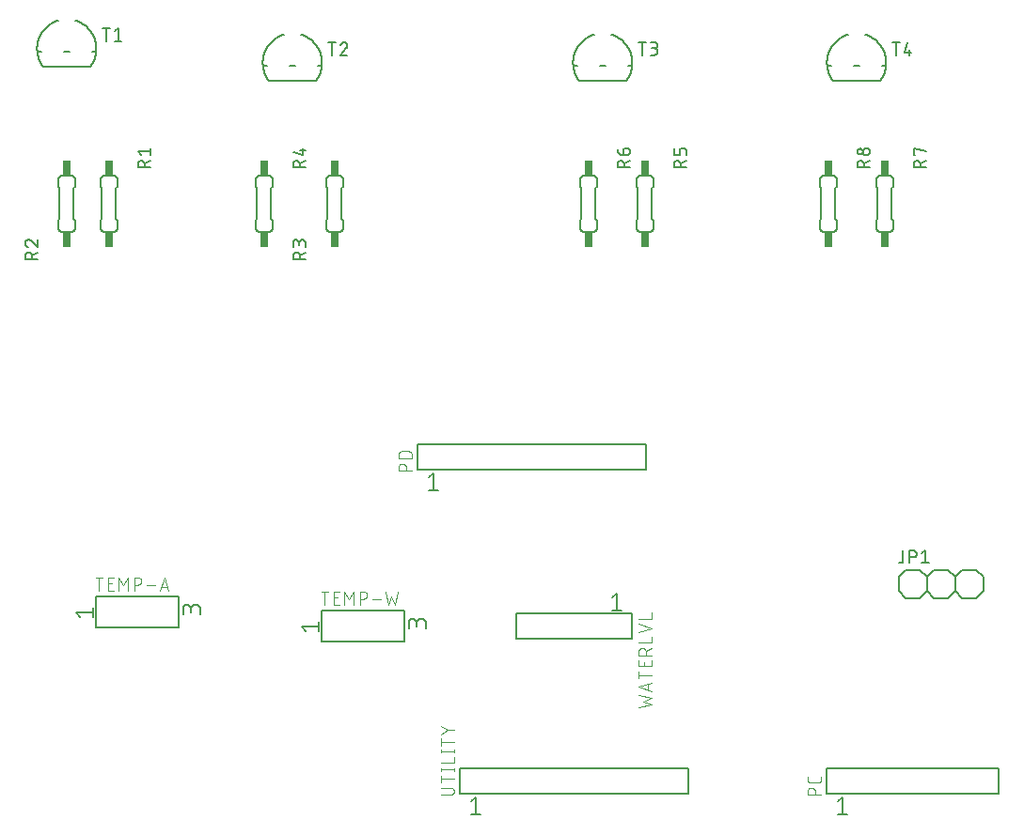
<source format=gbr>
G04 EAGLE Gerber RS-274X export*
G75*
%MOMM*%
%FSLAX34Y34*%
%LPD*%
%INSilkscreen Top*%
%IPPOS*%
%AMOC8*
5,1,8,0,0,1.08239X$1,22.5*%
G01*
%ADD10C,0.152400*%
%ADD11C,0.127000*%
%ADD12C,0.203200*%
%ADD13C,0.101600*%
%ADD14R,0.762000X1.397000*%


D10*
X869950Y254000D02*
X882650Y254000D01*
X889000Y247650D01*
X889000Y234950D01*
X882650Y228600D01*
X889000Y247650D02*
X895350Y254000D01*
X908050Y254000D01*
X914400Y247650D01*
X914400Y234950D01*
X908050Y228600D01*
X895350Y228600D01*
X889000Y234950D01*
X863600Y234950D02*
X863600Y247650D01*
X869950Y254000D01*
X863600Y234950D02*
X869950Y228600D01*
X882650Y228600D01*
X914400Y247650D02*
X920750Y254000D01*
X933450Y254000D01*
X939800Y247650D01*
X939800Y234950D01*
X933450Y228600D01*
X920750Y228600D01*
X914400Y234950D01*
D11*
X867283Y262763D02*
X867283Y271653D01*
X867283Y262763D02*
X867281Y262663D01*
X867275Y262564D01*
X867265Y262464D01*
X867252Y262366D01*
X867234Y262267D01*
X867213Y262170D01*
X867188Y262074D01*
X867159Y261978D01*
X867126Y261884D01*
X867090Y261791D01*
X867050Y261700D01*
X867006Y261610D01*
X866959Y261522D01*
X866909Y261436D01*
X866855Y261352D01*
X866798Y261270D01*
X866738Y261191D01*
X866674Y261113D01*
X866608Y261039D01*
X866539Y260967D01*
X866467Y260898D01*
X866393Y260832D01*
X866315Y260768D01*
X866236Y260708D01*
X866154Y260651D01*
X866070Y260597D01*
X865984Y260547D01*
X865896Y260500D01*
X865806Y260456D01*
X865715Y260416D01*
X865622Y260380D01*
X865528Y260347D01*
X865432Y260318D01*
X865336Y260293D01*
X865239Y260272D01*
X865140Y260254D01*
X865042Y260241D01*
X864942Y260231D01*
X864843Y260225D01*
X864743Y260223D01*
X863473Y260223D01*
X873263Y260223D02*
X873263Y271653D01*
X876438Y271653D01*
X876549Y271651D01*
X876659Y271645D01*
X876770Y271636D01*
X876880Y271622D01*
X876989Y271605D01*
X877098Y271584D01*
X877206Y271559D01*
X877313Y271530D01*
X877419Y271498D01*
X877524Y271462D01*
X877627Y271422D01*
X877729Y271379D01*
X877830Y271332D01*
X877929Y271281D01*
X878026Y271228D01*
X878120Y271171D01*
X878213Y271110D01*
X878304Y271047D01*
X878393Y270980D01*
X878479Y270910D01*
X878562Y270837D01*
X878644Y270762D01*
X878722Y270684D01*
X878797Y270602D01*
X878870Y270519D01*
X878940Y270433D01*
X879007Y270344D01*
X879070Y270253D01*
X879131Y270160D01*
X879188Y270065D01*
X879241Y269969D01*
X879292Y269870D01*
X879339Y269769D01*
X879382Y269667D01*
X879422Y269564D01*
X879458Y269459D01*
X879490Y269353D01*
X879519Y269246D01*
X879544Y269138D01*
X879565Y269029D01*
X879582Y268920D01*
X879596Y268810D01*
X879605Y268699D01*
X879611Y268589D01*
X879613Y268478D01*
X879611Y268367D01*
X879605Y268257D01*
X879596Y268146D01*
X879582Y268036D01*
X879565Y267927D01*
X879544Y267818D01*
X879519Y267710D01*
X879490Y267603D01*
X879458Y267497D01*
X879422Y267392D01*
X879382Y267289D01*
X879339Y267187D01*
X879292Y267086D01*
X879241Y266987D01*
X879188Y266890D01*
X879131Y266796D01*
X879070Y266703D01*
X879007Y266612D01*
X878940Y266523D01*
X878870Y266437D01*
X878797Y266354D01*
X878722Y266272D01*
X878644Y266194D01*
X878562Y266119D01*
X878479Y266046D01*
X878393Y265976D01*
X878304Y265909D01*
X878213Y265846D01*
X878120Y265785D01*
X878026Y265728D01*
X877929Y265675D01*
X877830Y265624D01*
X877729Y265577D01*
X877627Y265534D01*
X877524Y265494D01*
X877419Y265458D01*
X877313Y265426D01*
X877206Y265397D01*
X877098Y265372D01*
X876989Y265351D01*
X876880Y265334D01*
X876770Y265320D01*
X876659Y265311D01*
X876549Y265305D01*
X876438Y265303D01*
X873263Y265303D01*
X884122Y269113D02*
X887297Y271653D01*
X887297Y260223D01*
X884122Y260223D02*
X890472Y260223D01*
D12*
X953790Y75050D02*
X798810Y75050D01*
X953790Y75050D02*
X953790Y51950D01*
X798810Y51950D01*
X798810Y75050D01*
D11*
X812659Y49149D02*
X808355Y45706D01*
X812659Y49149D02*
X812659Y33655D01*
X808355Y33655D02*
X816963Y33655D01*
D13*
X793242Y51308D02*
X781558Y51308D01*
X781558Y54554D01*
X781560Y54667D01*
X781566Y54780D01*
X781576Y54893D01*
X781590Y55006D01*
X781607Y55118D01*
X781629Y55229D01*
X781654Y55339D01*
X781684Y55449D01*
X781717Y55557D01*
X781754Y55664D01*
X781794Y55770D01*
X781839Y55874D01*
X781887Y55977D01*
X781938Y56078D01*
X781993Y56177D01*
X782051Y56274D01*
X782113Y56369D01*
X782178Y56462D01*
X782246Y56552D01*
X782317Y56640D01*
X782392Y56726D01*
X782469Y56809D01*
X782549Y56889D01*
X782632Y56966D01*
X782718Y57041D01*
X782806Y57112D01*
X782896Y57180D01*
X782989Y57245D01*
X783084Y57307D01*
X783181Y57365D01*
X783280Y57420D01*
X783381Y57471D01*
X783484Y57519D01*
X783588Y57564D01*
X783694Y57604D01*
X783801Y57641D01*
X783909Y57674D01*
X784019Y57704D01*
X784129Y57729D01*
X784240Y57751D01*
X784352Y57768D01*
X784465Y57782D01*
X784578Y57792D01*
X784691Y57798D01*
X784804Y57800D01*
X784917Y57798D01*
X785030Y57792D01*
X785143Y57782D01*
X785256Y57768D01*
X785368Y57751D01*
X785479Y57729D01*
X785589Y57704D01*
X785699Y57674D01*
X785807Y57641D01*
X785914Y57604D01*
X786020Y57564D01*
X786124Y57519D01*
X786227Y57471D01*
X786328Y57420D01*
X786427Y57365D01*
X786524Y57307D01*
X786619Y57245D01*
X786712Y57180D01*
X786802Y57112D01*
X786890Y57041D01*
X786976Y56966D01*
X787059Y56889D01*
X787139Y56809D01*
X787216Y56726D01*
X787291Y56640D01*
X787362Y56552D01*
X787430Y56462D01*
X787495Y56369D01*
X787557Y56274D01*
X787615Y56177D01*
X787670Y56078D01*
X787721Y55977D01*
X787769Y55874D01*
X787814Y55770D01*
X787854Y55664D01*
X787891Y55557D01*
X787924Y55449D01*
X787954Y55339D01*
X787979Y55229D01*
X788001Y55118D01*
X788018Y55006D01*
X788032Y54893D01*
X788042Y54780D01*
X788048Y54667D01*
X788050Y54554D01*
X788049Y54554D02*
X788049Y51308D01*
X793242Y64751D02*
X793242Y67347D01*
X793242Y64751D02*
X793240Y64652D01*
X793234Y64552D01*
X793225Y64453D01*
X793212Y64355D01*
X793195Y64257D01*
X793174Y64159D01*
X793149Y64063D01*
X793121Y63968D01*
X793089Y63874D01*
X793054Y63781D01*
X793015Y63689D01*
X792972Y63599D01*
X792927Y63511D01*
X792877Y63424D01*
X792825Y63340D01*
X792769Y63257D01*
X792711Y63177D01*
X792649Y63099D01*
X792584Y63024D01*
X792516Y62951D01*
X792446Y62881D01*
X792373Y62813D01*
X792298Y62748D01*
X792220Y62686D01*
X792140Y62628D01*
X792057Y62572D01*
X791973Y62520D01*
X791886Y62470D01*
X791798Y62425D01*
X791708Y62382D01*
X791616Y62343D01*
X791523Y62308D01*
X791429Y62276D01*
X791334Y62248D01*
X791238Y62223D01*
X791140Y62202D01*
X791042Y62185D01*
X790944Y62172D01*
X790845Y62163D01*
X790745Y62157D01*
X790646Y62155D01*
X790646Y62154D02*
X784154Y62154D01*
X784055Y62156D01*
X783955Y62162D01*
X783856Y62171D01*
X783758Y62184D01*
X783660Y62202D01*
X783562Y62222D01*
X783466Y62247D01*
X783370Y62275D01*
X783276Y62307D01*
X783183Y62342D01*
X783092Y62381D01*
X783002Y62424D01*
X782913Y62469D01*
X782827Y62519D01*
X782742Y62571D01*
X782660Y62627D01*
X782580Y62686D01*
X782502Y62747D01*
X782426Y62812D01*
X782353Y62880D01*
X782283Y62950D01*
X782215Y63023D01*
X782150Y63099D01*
X782089Y63177D01*
X782030Y63257D01*
X781974Y63339D01*
X781922Y63424D01*
X781873Y63510D01*
X781827Y63599D01*
X781784Y63689D01*
X781745Y63780D01*
X781710Y63873D01*
X781678Y63967D01*
X781650Y64063D01*
X781625Y64159D01*
X781605Y64257D01*
X781587Y64355D01*
X781574Y64453D01*
X781565Y64552D01*
X781559Y64651D01*
X781557Y64751D01*
X781558Y64751D02*
X781558Y67347D01*
D12*
X636290Y367150D02*
X430510Y367150D01*
X636290Y367150D02*
X636290Y344050D01*
X430510Y344050D01*
X430510Y367150D01*
D11*
X444359Y341249D02*
X440055Y337806D01*
X444359Y341249D02*
X444359Y325755D01*
X440055Y325755D02*
X448663Y325755D01*
D13*
X424942Y343408D02*
X413258Y343408D01*
X413258Y346654D01*
X413260Y346767D01*
X413266Y346880D01*
X413276Y346993D01*
X413290Y347106D01*
X413307Y347218D01*
X413329Y347329D01*
X413354Y347439D01*
X413384Y347549D01*
X413417Y347657D01*
X413454Y347764D01*
X413494Y347870D01*
X413539Y347974D01*
X413587Y348077D01*
X413638Y348178D01*
X413693Y348277D01*
X413751Y348374D01*
X413813Y348469D01*
X413878Y348562D01*
X413946Y348652D01*
X414017Y348740D01*
X414092Y348826D01*
X414169Y348909D01*
X414249Y348989D01*
X414332Y349066D01*
X414418Y349141D01*
X414506Y349212D01*
X414596Y349280D01*
X414689Y349345D01*
X414784Y349407D01*
X414881Y349465D01*
X414980Y349520D01*
X415081Y349571D01*
X415184Y349619D01*
X415288Y349664D01*
X415394Y349704D01*
X415501Y349741D01*
X415609Y349774D01*
X415719Y349804D01*
X415829Y349829D01*
X415940Y349851D01*
X416052Y349868D01*
X416165Y349882D01*
X416278Y349892D01*
X416391Y349898D01*
X416504Y349900D01*
X416617Y349898D01*
X416730Y349892D01*
X416843Y349882D01*
X416956Y349868D01*
X417068Y349851D01*
X417179Y349829D01*
X417289Y349804D01*
X417399Y349774D01*
X417507Y349741D01*
X417614Y349704D01*
X417720Y349664D01*
X417824Y349619D01*
X417927Y349571D01*
X418028Y349520D01*
X418127Y349465D01*
X418224Y349407D01*
X418319Y349345D01*
X418412Y349280D01*
X418502Y349212D01*
X418590Y349141D01*
X418676Y349066D01*
X418759Y348989D01*
X418839Y348909D01*
X418916Y348826D01*
X418991Y348740D01*
X419062Y348652D01*
X419130Y348562D01*
X419195Y348469D01*
X419257Y348374D01*
X419315Y348277D01*
X419370Y348178D01*
X419421Y348077D01*
X419469Y347974D01*
X419514Y347870D01*
X419554Y347764D01*
X419591Y347657D01*
X419624Y347549D01*
X419654Y347439D01*
X419679Y347329D01*
X419701Y347218D01*
X419718Y347106D01*
X419732Y346993D01*
X419742Y346880D01*
X419748Y346767D01*
X419750Y346654D01*
X419749Y346654D02*
X419749Y343408D01*
X424942Y354669D02*
X413258Y354669D01*
X413258Y357914D01*
X413260Y358027D01*
X413266Y358140D01*
X413276Y358253D01*
X413290Y358366D01*
X413307Y358478D01*
X413329Y358589D01*
X413354Y358699D01*
X413384Y358809D01*
X413417Y358917D01*
X413454Y359024D01*
X413494Y359130D01*
X413539Y359234D01*
X413587Y359337D01*
X413638Y359438D01*
X413693Y359537D01*
X413751Y359634D01*
X413813Y359729D01*
X413878Y359822D01*
X413946Y359912D01*
X414017Y360000D01*
X414092Y360086D01*
X414169Y360169D01*
X414249Y360249D01*
X414332Y360326D01*
X414418Y360401D01*
X414506Y360472D01*
X414596Y360540D01*
X414689Y360605D01*
X414784Y360667D01*
X414881Y360725D01*
X414980Y360780D01*
X415081Y360831D01*
X415184Y360879D01*
X415288Y360924D01*
X415394Y360964D01*
X415501Y361001D01*
X415609Y361034D01*
X415719Y361064D01*
X415829Y361089D01*
X415940Y361111D01*
X416052Y361128D01*
X416165Y361142D01*
X416278Y361152D01*
X416391Y361158D01*
X416504Y361160D01*
X421696Y361160D01*
X421809Y361158D01*
X421922Y361152D01*
X422035Y361142D01*
X422148Y361128D01*
X422260Y361111D01*
X422371Y361089D01*
X422481Y361064D01*
X422591Y361034D01*
X422699Y361001D01*
X422806Y360964D01*
X422912Y360924D01*
X423016Y360879D01*
X423119Y360831D01*
X423220Y360780D01*
X423319Y360725D01*
X423416Y360667D01*
X423511Y360605D01*
X423604Y360540D01*
X423694Y360472D01*
X423782Y360401D01*
X423868Y360326D01*
X423951Y360249D01*
X424031Y360169D01*
X424108Y360086D01*
X424183Y360000D01*
X424254Y359912D01*
X424322Y359822D01*
X424387Y359729D01*
X424449Y359634D01*
X424507Y359537D01*
X424562Y359438D01*
X424613Y359337D01*
X424661Y359234D01*
X424706Y359130D01*
X424746Y359024D01*
X424783Y358917D01*
X424816Y358809D01*
X424846Y358699D01*
X424871Y358589D01*
X424893Y358478D01*
X424910Y358366D01*
X424924Y358253D01*
X424934Y358140D01*
X424940Y358027D01*
X424942Y357914D01*
X424942Y354669D01*
D10*
X156210Y558800D02*
X148590Y558800D01*
X156210Y558800D02*
X156332Y558802D01*
X156454Y558808D01*
X156576Y558818D01*
X156697Y558831D01*
X156818Y558849D01*
X156938Y558870D01*
X157058Y558896D01*
X157176Y558925D01*
X157294Y558957D01*
X157411Y558994D01*
X157526Y559034D01*
X157640Y559078D01*
X157752Y559126D01*
X157863Y559177D01*
X157972Y559232D01*
X158080Y559290D01*
X158185Y559352D01*
X158288Y559417D01*
X158390Y559485D01*
X158489Y559557D01*
X158585Y559631D01*
X158680Y559709D01*
X158771Y559790D01*
X158861Y559873D01*
X158947Y559959D01*
X159030Y560049D01*
X159111Y560140D01*
X159189Y560235D01*
X159263Y560331D01*
X159335Y560430D01*
X159403Y560532D01*
X159468Y560635D01*
X159530Y560740D01*
X159588Y560848D01*
X159643Y560957D01*
X159694Y561068D01*
X159742Y561180D01*
X159786Y561294D01*
X159826Y561409D01*
X159863Y561526D01*
X159895Y561644D01*
X159924Y561762D01*
X159950Y561882D01*
X159971Y562002D01*
X159989Y562123D01*
X160002Y562244D01*
X160012Y562366D01*
X160018Y562488D01*
X160020Y562610D01*
X144780Y605790D02*
X144782Y605912D01*
X144788Y606034D01*
X144798Y606156D01*
X144811Y606277D01*
X144829Y606398D01*
X144850Y606518D01*
X144876Y606638D01*
X144905Y606756D01*
X144937Y606874D01*
X144974Y606991D01*
X145014Y607106D01*
X145058Y607220D01*
X145106Y607332D01*
X145157Y607443D01*
X145212Y607552D01*
X145270Y607660D01*
X145332Y607765D01*
X145397Y607868D01*
X145465Y607970D01*
X145537Y608069D01*
X145611Y608165D01*
X145689Y608260D01*
X145770Y608351D01*
X145853Y608441D01*
X145939Y608527D01*
X146029Y608610D01*
X146120Y608691D01*
X146215Y608769D01*
X146311Y608843D01*
X146410Y608915D01*
X146512Y608983D01*
X146615Y609048D01*
X146720Y609110D01*
X146828Y609168D01*
X146937Y609223D01*
X147048Y609274D01*
X147160Y609322D01*
X147274Y609366D01*
X147389Y609406D01*
X147506Y609443D01*
X147624Y609475D01*
X147742Y609504D01*
X147862Y609530D01*
X147982Y609551D01*
X148103Y609569D01*
X148224Y609582D01*
X148346Y609592D01*
X148468Y609598D01*
X148590Y609600D01*
X144780Y562610D02*
X144782Y562488D01*
X144788Y562366D01*
X144798Y562244D01*
X144811Y562123D01*
X144829Y562002D01*
X144850Y561882D01*
X144876Y561762D01*
X144905Y561644D01*
X144937Y561526D01*
X144974Y561409D01*
X145014Y561294D01*
X145058Y561180D01*
X145106Y561068D01*
X145157Y560957D01*
X145212Y560848D01*
X145270Y560740D01*
X145332Y560635D01*
X145397Y560532D01*
X145465Y560430D01*
X145537Y560331D01*
X145611Y560235D01*
X145689Y560140D01*
X145770Y560049D01*
X145853Y559959D01*
X145939Y559873D01*
X146029Y559790D01*
X146120Y559709D01*
X146215Y559631D01*
X146311Y559557D01*
X146410Y559485D01*
X146512Y559417D01*
X146615Y559352D01*
X146720Y559290D01*
X146828Y559232D01*
X146937Y559177D01*
X147048Y559126D01*
X147160Y559078D01*
X147274Y559034D01*
X147389Y558994D01*
X147506Y558957D01*
X147624Y558925D01*
X147742Y558896D01*
X147862Y558870D01*
X147982Y558849D01*
X148103Y558831D01*
X148224Y558818D01*
X148346Y558808D01*
X148468Y558802D01*
X148590Y558800D01*
X160020Y605790D02*
X160018Y605912D01*
X160012Y606034D01*
X160002Y606156D01*
X159989Y606277D01*
X159971Y606398D01*
X159950Y606518D01*
X159924Y606638D01*
X159895Y606756D01*
X159863Y606874D01*
X159826Y606991D01*
X159786Y607106D01*
X159742Y607220D01*
X159694Y607332D01*
X159643Y607443D01*
X159588Y607552D01*
X159530Y607660D01*
X159468Y607765D01*
X159403Y607868D01*
X159335Y607970D01*
X159263Y608069D01*
X159189Y608165D01*
X159111Y608260D01*
X159030Y608351D01*
X158947Y608441D01*
X158861Y608527D01*
X158771Y608610D01*
X158680Y608691D01*
X158585Y608769D01*
X158489Y608843D01*
X158390Y608915D01*
X158288Y608983D01*
X158185Y609048D01*
X158080Y609110D01*
X157972Y609168D01*
X157863Y609223D01*
X157752Y609274D01*
X157640Y609322D01*
X157526Y609366D01*
X157411Y609406D01*
X157294Y609443D01*
X157176Y609475D01*
X157058Y609504D01*
X156938Y609530D01*
X156818Y609551D01*
X156697Y609569D01*
X156576Y609582D01*
X156454Y609592D01*
X156332Y609598D01*
X156210Y609600D01*
X160020Y568960D02*
X160020Y562610D01*
X160020Y568960D02*
X158750Y570230D01*
X144780Y568960D02*
X144780Y562610D01*
X144780Y568960D02*
X146050Y570230D01*
X158750Y598170D02*
X160020Y599440D01*
X158750Y598170D02*
X158750Y570230D01*
X146050Y598170D02*
X144780Y599440D01*
X146050Y598170D02*
X146050Y570230D01*
X148590Y609600D02*
X156210Y609600D01*
X160020Y605790D02*
X160020Y599440D01*
X144780Y599440D02*
X144780Y605790D01*
D14*
X152400Y551815D03*
X152400Y616585D03*
D11*
X178435Y616668D02*
X189865Y616668D01*
X178435Y616668D02*
X178435Y619843D01*
X178437Y619954D01*
X178443Y620064D01*
X178452Y620175D01*
X178466Y620285D01*
X178483Y620394D01*
X178504Y620503D01*
X178529Y620611D01*
X178558Y620718D01*
X178590Y620824D01*
X178626Y620929D01*
X178666Y621032D01*
X178709Y621134D01*
X178756Y621235D01*
X178807Y621334D01*
X178860Y621431D01*
X178917Y621525D01*
X178978Y621618D01*
X179041Y621709D01*
X179108Y621798D01*
X179178Y621884D01*
X179251Y621967D01*
X179326Y622049D01*
X179404Y622127D01*
X179486Y622202D01*
X179569Y622275D01*
X179655Y622345D01*
X179744Y622412D01*
X179835Y622475D01*
X179928Y622536D01*
X180023Y622593D01*
X180119Y622646D01*
X180218Y622697D01*
X180319Y622744D01*
X180421Y622787D01*
X180524Y622827D01*
X180629Y622863D01*
X180735Y622895D01*
X180842Y622924D01*
X180950Y622949D01*
X181059Y622970D01*
X181168Y622987D01*
X181278Y623001D01*
X181389Y623010D01*
X181499Y623016D01*
X181610Y623018D01*
X181721Y623016D01*
X181831Y623010D01*
X181942Y623001D01*
X182052Y622987D01*
X182161Y622970D01*
X182270Y622949D01*
X182378Y622924D01*
X182485Y622895D01*
X182591Y622863D01*
X182696Y622827D01*
X182799Y622787D01*
X182901Y622744D01*
X183002Y622697D01*
X183101Y622646D01*
X183198Y622593D01*
X183292Y622536D01*
X183385Y622475D01*
X183476Y622412D01*
X183565Y622345D01*
X183651Y622275D01*
X183734Y622202D01*
X183816Y622127D01*
X183894Y622049D01*
X183969Y621967D01*
X184042Y621884D01*
X184112Y621798D01*
X184179Y621709D01*
X184242Y621618D01*
X184303Y621525D01*
X184360Y621431D01*
X184413Y621334D01*
X184464Y621235D01*
X184511Y621134D01*
X184554Y621032D01*
X184594Y620929D01*
X184630Y620824D01*
X184662Y620718D01*
X184691Y620611D01*
X184716Y620503D01*
X184737Y620394D01*
X184754Y620285D01*
X184768Y620175D01*
X184777Y620064D01*
X184783Y619954D01*
X184785Y619843D01*
X184785Y616668D01*
X184785Y620478D02*
X189865Y623018D01*
X180975Y628015D02*
X178435Y631190D01*
X189865Y631190D01*
X189865Y628015D02*
X189865Y634365D01*
D10*
X118110Y609600D02*
X110490Y609600D01*
X110368Y609598D01*
X110246Y609592D01*
X110124Y609582D01*
X110003Y609569D01*
X109882Y609551D01*
X109762Y609530D01*
X109642Y609504D01*
X109524Y609475D01*
X109406Y609443D01*
X109289Y609406D01*
X109174Y609366D01*
X109060Y609322D01*
X108948Y609274D01*
X108837Y609223D01*
X108728Y609168D01*
X108620Y609110D01*
X108515Y609048D01*
X108412Y608983D01*
X108310Y608915D01*
X108211Y608843D01*
X108115Y608769D01*
X108020Y608691D01*
X107929Y608610D01*
X107839Y608527D01*
X107753Y608441D01*
X107670Y608351D01*
X107589Y608260D01*
X107511Y608165D01*
X107437Y608069D01*
X107365Y607970D01*
X107297Y607868D01*
X107232Y607765D01*
X107170Y607660D01*
X107112Y607552D01*
X107057Y607443D01*
X107006Y607332D01*
X106958Y607220D01*
X106914Y607106D01*
X106874Y606991D01*
X106837Y606874D01*
X106805Y606756D01*
X106776Y606638D01*
X106750Y606518D01*
X106729Y606398D01*
X106711Y606277D01*
X106698Y606156D01*
X106688Y606034D01*
X106682Y605912D01*
X106680Y605790D01*
X121920Y562610D02*
X121918Y562488D01*
X121912Y562366D01*
X121902Y562244D01*
X121889Y562123D01*
X121871Y562002D01*
X121850Y561882D01*
X121824Y561762D01*
X121795Y561644D01*
X121763Y561526D01*
X121726Y561409D01*
X121686Y561294D01*
X121642Y561180D01*
X121594Y561068D01*
X121543Y560957D01*
X121488Y560848D01*
X121430Y560740D01*
X121368Y560635D01*
X121303Y560532D01*
X121235Y560430D01*
X121163Y560331D01*
X121089Y560235D01*
X121011Y560140D01*
X120930Y560049D01*
X120847Y559959D01*
X120761Y559873D01*
X120671Y559790D01*
X120580Y559709D01*
X120485Y559631D01*
X120389Y559557D01*
X120290Y559485D01*
X120188Y559417D01*
X120085Y559352D01*
X119980Y559290D01*
X119872Y559232D01*
X119763Y559177D01*
X119652Y559126D01*
X119540Y559078D01*
X119426Y559034D01*
X119311Y558994D01*
X119194Y558957D01*
X119076Y558925D01*
X118958Y558896D01*
X118838Y558870D01*
X118718Y558849D01*
X118597Y558831D01*
X118476Y558818D01*
X118354Y558808D01*
X118232Y558802D01*
X118110Y558800D01*
X121920Y605790D02*
X121918Y605912D01*
X121912Y606034D01*
X121902Y606156D01*
X121889Y606277D01*
X121871Y606398D01*
X121850Y606518D01*
X121824Y606638D01*
X121795Y606756D01*
X121763Y606874D01*
X121726Y606991D01*
X121686Y607106D01*
X121642Y607220D01*
X121594Y607332D01*
X121543Y607443D01*
X121488Y607552D01*
X121430Y607660D01*
X121368Y607765D01*
X121303Y607868D01*
X121235Y607970D01*
X121163Y608069D01*
X121089Y608165D01*
X121011Y608260D01*
X120930Y608351D01*
X120847Y608441D01*
X120761Y608527D01*
X120671Y608610D01*
X120580Y608691D01*
X120485Y608769D01*
X120389Y608843D01*
X120290Y608915D01*
X120188Y608983D01*
X120085Y609048D01*
X119980Y609110D01*
X119872Y609168D01*
X119763Y609223D01*
X119652Y609274D01*
X119540Y609322D01*
X119426Y609366D01*
X119311Y609406D01*
X119194Y609443D01*
X119076Y609475D01*
X118958Y609504D01*
X118838Y609530D01*
X118718Y609551D01*
X118597Y609569D01*
X118476Y609582D01*
X118354Y609592D01*
X118232Y609598D01*
X118110Y609600D01*
X106680Y562610D02*
X106682Y562488D01*
X106688Y562366D01*
X106698Y562244D01*
X106711Y562123D01*
X106729Y562002D01*
X106750Y561882D01*
X106776Y561762D01*
X106805Y561644D01*
X106837Y561526D01*
X106874Y561409D01*
X106914Y561294D01*
X106958Y561180D01*
X107006Y561068D01*
X107057Y560957D01*
X107112Y560848D01*
X107170Y560740D01*
X107232Y560635D01*
X107297Y560532D01*
X107365Y560430D01*
X107437Y560331D01*
X107511Y560235D01*
X107589Y560140D01*
X107670Y560049D01*
X107753Y559959D01*
X107839Y559873D01*
X107929Y559790D01*
X108020Y559709D01*
X108115Y559631D01*
X108211Y559557D01*
X108310Y559485D01*
X108412Y559417D01*
X108515Y559352D01*
X108620Y559290D01*
X108728Y559232D01*
X108837Y559177D01*
X108948Y559126D01*
X109060Y559078D01*
X109174Y559034D01*
X109289Y558994D01*
X109406Y558957D01*
X109524Y558925D01*
X109642Y558896D01*
X109762Y558870D01*
X109882Y558849D01*
X110003Y558831D01*
X110124Y558818D01*
X110246Y558808D01*
X110368Y558802D01*
X110490Y558800D01*
X106680Y599440D02*
X106680Y605790D01*
X106680Y599440D02*
X107950Y598170D01*
X121920Y599440D02*
X121920Y605790D01*
X121920Y599440D02*
X120650Y598170D01*
X107950Y570230D02*
X106680Y568960D01*
X107950Y570230D02*
X107950Y598170D01*
X120650Y570230D02*
X121920Y568960D01*
X120650Y570230D02*
X120650Y598170D01*
X118110Y558800D02*
X110490Y558800D01*
X106680Y562610D02*
X106680Y568960D01*
X121920Y568960D02*
X121920Y562610D01*
D14*
X114300Y616585D03*
X114300Y551815D03*
D11*
X88265Y534035D02*
X76835Y534035D01*
X76835Y537210D01*
X76837Y537321D01*
X76843Y537431D01*
X76852Y537542D01*
X76866Y537652D01*
X76883Y537761D01*
X76904Y537870D01*
X76929Y537978D01*
X76958Y538085D01*
X76990Y538191D01*
X77026Y538296D01*
X77066Y538399D01*
X77109Y538501D01*
X77156Y538602D01*
X77207Y538701D01*
X77260Y538798D01*
X77317Y538892D01*
X77378Y538985D01*
X77441Y539076D01*
X77508Y539165D01*
X77578Y539251D01*
X77651Y539334D01*
X77726Y539416D01*
X77804Y539494D01*
X77886Y539569D01*
X77969Y539642D01*
X78055Y539712D01*
X78144Y539779D01*
X78235Y539842D01*
X78328Y539903D01*
X78423Y539960D01*
X78519Y540013D01*
X78618Y540064D01*
X78719Y540111D01*
X78821Y540154D01*
X78924Y540194D01*
X79029Y540230D01*
X79135Y540262D01*
X79242Y540291D01*
X79350Y540316D01*
X79459Y540337D01*
X79568Y540354D01*
X79678Y540368D01*
X79789Y540377D01*
X79899Y540383D01*
X80010Y540385D01*
X80121Y540383D01*
X80231Y540377D01*
X80342Y540368D01*
X80452Y540354D01*
X80561Y540337D01*
X80670Y540316D01*
X80778Y540291D01*
X80885Y540262D01*
X80991Y540230D01*
X81096Y540194D01*
X81199Y540154D01*
X81301Y540111D01*
X81402Y540064D01*
X81501Y540013D01*
X81598Y539960D01*
X81692Y539903D01*
X81785Y539842D01*
X81876Y539779D01*
X81965Y539712D01*
X82051Y539642D01*
X82134Y539569D01*
X82216Y539494D01*
X82294Y539416D01*
X82369Y539334D01*
X82442Y539251D01*
X82512Y539165D01*
X82579Y539076D01*
X82642Y538985D01*
X82703Y538892D01*
X82760Y538798D01*
X82813Y538701D01*
X82864Y538602D01*
X82911Y538501D01*
X82954Y538399D01*
X82994Y538296D01*
X83030Y538191D01*
X83062Y538085D01*
X83091Y537978D01*
X83116Y537870D01*
X83137Y537761D01*
X83154Y537652D01*
X83168Y537542D01*
X83177Y537431D01*
X83183Y537321D01*
X83185Y537210D01*
X83185Y534035D01*
X83185Y537845D02*
X88265Y540385D01*
X79693Y551733D02*
X79589Y551731D01*
X79484Y551725D01*
X79380Y551716D01*
X79277Y551703D01*
X79174Y551685D01*
X79072Y551665D01*
X78970Y551640D01*
X78870Y551612D01*
X78770Y551580D01*
X78672Y551544D01*
X78575Y551505D01*
X78480Y551463D01*
X78386Y551417D01*
X78294Y551367D01*
X78204Y551315D01*
X78116Y551259D01*
X78030Y551199D01*
X77946Y551137D01*
X77865Y551072D01*
X77786Y551004D01*
X77709Y550932D01*
X77636Y550859D01*
X77564Y550782D01*
X77496Y550703D01*
X77431Y550622D01*
X77369Y550538D01*
X77309Y550452D01*
X77253Y550364D01*
X77201Y550274D01*
X77151Y550182D01*
X77105Y550088D01*
X77063Y549993D01*
X77024Y549896D01*
X76988Y549798D01*
X76956Y549698D01*
X76928Y549598D01*
X76903Y549496D01*
X76883Y549394D01*
X76865Y549291D01*
X76852Y549188D01*
X76843Y549084D01*
X76837Y548979D01*
X76835Y548875D01*
X76837Y548757D01*
X76843Y548638D01*
X76852Y548520D01*
X76865Y548403D01*
X76883Y548286D01*
X76903Y548169D01*
X76928Y548053D01*
X76956Y547938D01*
X76989Y547825D01*
X77024Y547712D01*
X77064Y547600D01*
X77106Y547490D01*
X77153Y547381D01*
X77203Y547273D01*
X77256Y547168D01*
X77313Y547064D01*
X77373Y546962D01*
X77436Y546862D01*
X77503Y546764D01*
X77572Y546668D01*
X77645Y546575D01*
X77721Y546484D01*
X77799Y546395D01*
X77881Y546309D01*
X77965Y546226D01*
X78051Y546145D01*
X78141Y546068D01*
X78232Y545993D01*
X78326Y545921D01*
X78423Y545852D01*
X78521Y545787D01*
X78622Y545724D01*
X78725Y545665D01*
X78829Y545609D01*
X78935Y545557D01*
X79043Y545508D01*
X79152Y545463D01*
X79263Y545421D01*
X79375Y545383D01*
X81915Y550780D02*
X81840Y550856D01*
X81761Y550931D01*
X81680Y551002D01*
X81596Y551071D01*
X81510Y551136D01*
X81422Y551198D01*
X81332Y551258D01*
X81240Y551314D01*
X81145Y551367D01*
X81049Y551416D01*
X80951Y551462D01*
X80852Y551505D01*
X80751Y551544D01*
X80649Y551579D01*
X80546Y551611D01*
X80442Y551639D01*
X80337Y551664D01*
X80230Y551685D01*
X80124Y551702D01*
X80017Y551715D01*
X79909Y551724D01*
X79801Y551730D01*
X79693Y551732D01*
X81915Y550780D02*
X88265Y545382D01*
X88265Y551732D01*
D10*
X351790Y609600D02*
X359410Y609600D01*
X351790Y609600D02*
X351668Y609598D01*
X351546Y609592D01*
X351424Y609582D01*
X351303Y609569D01*
X351182Y609551D01*
X351062Y609530D01*
X350942Y609504D01*
X350824Y609475D01*
X350706Y609443D01*
X350589Y609406D01*
X350474Y609366D01*
X350360Y609322D01*
X350248Y609274D01*
X350137Y609223D01*
X350028Y609168D01*
X349920Y609110D01*
X349815Y609048D01*
X349712Y608983D01*
X349610Y608915D01*
X349511Y608843D01*
X349415Y608769D01*
X349320Y608691D01*
X349229Y608610D01*
X349139Y608527D01*
X349053Y608441D01*
X348970Y608351D01*
X348889Y608260D01*
X348811Y608165D01*
X348737Y608069D01*
X348665Y607970D01*
X348597Y607868D01*
X348532Y607765D01*
X348470Y607660D01*
X348412Y607552D01*
X348357Y607443D01*
X348306Y607332D01*
X348258Y607220D01*
X348214Y607106D01*
X348174Y606991D01*
X348137Y606874D01*
X348105Y606756D01*
X348076Y606638D01*
X348050Y606518D01*
X348029Y606398D01*
X348011Y606277D01*
X347998Y606156D01*
X347988Y606034D01*
X347982Y605912D01*
X347980Y605790D01*
X363220Y562610D02*
X363218Y562488D01*
X363212Y562366D01*
X363202Y562244D01*
X363189Y562123D01*
X363171Y562002D01*
X363150Y561882D01*
X363124Y561762D01*
X363095Y561644D01*
X363063Y561526D01*
X363026Y561409D01*
X362986Y561294D01*
X362942Y561180D01*
X362894Y561068D01*
X362843Y560957D01*
X362788Y560848D01*
X362730Y560740D01*
X362668Y560635D01*
X362603Y560532D01*
X362535Y560430D01*
X362463Y560331D01*
X362389Y560235D01*
X362311Y560140D01*
X362230Y560049D01*
X362147Y559959D01*
X362061Y559873D01*
X361971Y559790D01*
X361880Y559709D01*
X361785Y559631D01*
X361689Y559557D01*
X361590Y559485D01*
X361488Y559417D01*
X361385Y559352D01*
X361280Y559290D01*
X361172Y559232D01*
X361063Y559177D01*
X360952Y559126D01*
X360840Y559078D01*
X360726Y559034D01*
X360611Y558994D01*
X360494Y558957D01*
X360376Y558925D01*
X360258Y558896D01*
X360138Y558870D01*
X360018Y558849D01*
X359897Y558831D01*
X359776Y558818D01*
X359654Y558808D01*
X359532Y558802D01*
X359410Y558800D01*
X363220Y605790D02*
X363218Y605912D01*
X363212Y606034D01*
X363202Y606156D01*
X363189Y606277D01*
X363171Y606398D01*
X363150Y606518D01*
X363124Y606638D01*
X363095Y606756D01*
X363063Y606874D01*
X363026Y606991D01*
X362986Y607106D01*
X362942Y607220D01*
X362894Y607332D01*
X362843Y607443D01*
X362788Y607552D01*
X362730Y607660D01*
X362668Y607765D01*
X362603Y607868D01*
X362535Y607970D01*
X362463Y608069D01*
X362389Y608165D01*
X362311Y608260D01*
X362230Y608351D01*
X362147Y608441D01*
X362061Y608527D01*
X361971Y608610D01*
X361880Y608691D01*
X361785Y608769D01*
X361689Y608843D01*
X361590Y608915D01*
X361488Y608983D01*
X361385Y609048D01*
X361280Y609110D01*
X361172Y609168D01*
X361063Y609223D01*
X360952Y609274D01*
X360840Y609322D01*
X360726Y609366D01*
X360611Y609406D01*
X360494Y609443D01*
X360376Y609475D01*
X360258Y609504D01*
X360138Y609530D01*
X360018Y609551D01*
X359897Y609569D01*
X359776Y609582D01*
X359654Y609592D01*
X359532Y609598D01*
X359410Y609600D01*
X347980Y562610D02*
X347982Y562488D01*
X347988Y562366D01*
X347998Y562244D01*
X348011Y562123D01*
X348029Y562002D01*
X348050Y561882D01*
X348076Y561762D01*
X348105Y561644D01*
X348137Y561526D01*
X348174Y561409D01*
X348214Y561294D01*
X348258Y561180D01*
X348306Y561068D01*
X348357Y560957D01*
X348412Y560848D01*
X348470Y560740D01*
X348532Y560635D01*
X348597Y560532D01*
X348665Y560430D01*
X348737Y560331D01*
X348811Y560235D01*
X348889Y560140D01*
X348970Y560049D01*
X349053Y559959D01*
X349139Y559873D01*
X349229Y559790D01*
X349320Y559709D01*
X349415Y559631D01*
X349511Y559557D01*
X349610Y559485D01*
X349712Y559417D01*
X349815Y559352D01*
X349920Y559290D01*
X350028Y559232D01*
X350137Y559177D01*
X350248Y559126D01*
X350360Y559078D01*
X350474Y559034D01*
X350589Y558994D01*
X350706Y558957D01*
X350824Y558925D01*
X350942Y558896D01*
X351062Y558870D01*
X351182Y558849D01*
X351303Y558831D01*
X351424Y558818D01*
X351546Y558808D01*
X351668Y558802D01*
X351790Y558800D01*
X347980Y599440D02*
X347980Y605790D01*
X347980Y599440D02*
X349250Y598170D01*
X363220Y599440D02*
X363220Y605790D01*
X363220Y599440D02*
X361950Y598170D01*
X349250Y570230D02*
X347980Y568960D01*
X349250Y570230D02*
X349250Y598170D01*
X361950Y570230D02*
X363220Y568960D01*
X361950Y570230D02*
X361950Y598170D01*
X359410Y558800D02*
X351790Y558800D01*
X347980Y562610D02*
X347980Y568960D01*
X363220Y568960D02*
X363220Y562610D01*
D14*
X355600Y616585D03*
X355600Y551815D03*
D11*
X329565Y534035D02*
X318135Y534035D01*
X318135Y537210D01*
X318137Y537321D01*
X318143Y537431D01*
X318152Y537542D01*
X318166Y537652D01*
X318183Y537761D01*
X318204Y537870D01*
X318229Y537978D01*
X318258Y538085D01*
X318290Y538191D01*
X318326Y538296D01*
X318366Y538399D01*
X318409Y538501D01*
X318456Y538602D01*
X318507Y538701D01*
X318560Y538798D01*
X318617Y538892D01*
X318678Y538985D01*
X318741Y539076D01*
X318808Y539165D01*
X318878Y539251D01*
X318951Y539334D01*
X319026Y539416D01*
X319104Y539494D01*
X319186Y539569D01*
X319269Y539642D01*
X319355Y539712D01*
X319444Y539779D01*
X319535Y539842D01*
X319628Y539903D01*
X319723Y539960D01*
X319819Y540013D01*
X319918Y540064D01*
X320019Y540111D01*
X320121Y540154D01*
X320224Y540194D01*
X320329Y540230D01*
X320435Y540262D01*
X320542Y540291D01*
X320650Y540316D01*
X320759Y540337D01*
X320868Y540354D01*
X320978Y540368D01*
X321089Y540377D01*
X321199Y540383D01*
X321310Y540385D01*
X321421Y540383D01*
X321531Y540377D01*
X321642Y540368D01*
X321752Y540354D01*
X321861Y540337D01*
X321970Y540316D01*
X322078Y540291D01*
X322185Y540262D01*
X322291Y540230D01*
X322396Y540194D01*
X322499Y540154D01*
X322601Y540111D01*
X322702Y540064D01*
X322801Y540013D01*
X322898Y539960D01*
X322992Y539903D01*
X323085Y539842D01*
X323176Y539779D01*
X323265Y539712D01*
X323351Y539642D01*
X323434Y539569D01*
X323516Y539494D01*
X323594Y539416D01*
X323669Y539334D01*
X323742Y539251D01*
X323812Y539165D01*
X323879Y539076D01*
X323942Y538985D01*
X324003Y538892D01*
X324060Y538798D01*
X324113Y538701D01*
X324164Y538602D01*
X324211Y538501D01*
X324254Y538399D01*
X324294Y538296D01*
X324330Y538191D01*
X324362Y538085D01*
X324391Y537978D01*
X324416Y537870D01*
X324437Y537761D01*
X324454Y537652D01*
X324468Y537542D01*
X324477Y537431D01*
X324483Y537321D01*
X324485Y537210D01*
X324485Y534035D01*
X324485Y537845D02*
X329565Y540385D01*
X329565Y545382D02*
X329565Y548557D01*
X329563Y548668D01*
X329557Y548778D01*
X329548Y548889D01*
X329534Y548999D01*
X329517Y549108D01*
X329496Y549217D01*
X329471Y549325D01*
X329442Y549432D01*
X329410Y549538D01*
X329374Y549643D01*
X329334Y549746D01*
X329291Y549848D01*
X329244Y549949D01*
X329193Y550048D01*
X329140Y550145D01*
X329083Y550239D01*
X329022Y550332D01*
X328959Y550423D01*
X328892Y550512D01*
X328822Y550598D01*
X328749Y550681D01*
X328674Y550763D01*
X328596Y550841D01*
X328514Y550916D01*
X328431Y550989D01*
X328345Y551059D01*
X328256Y551126D01*
X328165Y551189D01*
X328072Y551250D01*
X327978Y551307D01*
X327881Y551360D01*
X327782Y551411D01*
X327681Y551458D01*
X327579Y551501D01*
X327476Y551541D01*
X327371Y551577D01*
X327265Y551609D01*
X327158Y551638D01*
X327050Y551663D01*
X326941Y551684D01*
X326832Y551701D01*
X326722Y551715D01*
X326611Y551724D01*
X326501Y551730D01*
X326390Y551732D01*
X326279Y551730D01*
X326169Y551724D01*
X326058Y551715D01*
X325948Y551701D01*
X325839Y551684D01*
X325730Y551663D01*
X325622Y551638D01*
X325515Y551609D01*
X325409Y551577D01*
X325304Y551541D01*
X325201Y551501D01*
X325099Y551458D01*
X324998Y551411D01*
X324899Y551360D01*
X324803Y551307D01*
X324708Y551250D01*
X324615Y551189D01*
X324524Y551126D01*
X324435Y551059D01*
X324349Y550989D01*
X324266Y550916D01*
X324184Y550841D01*
X324106Y550763D01*
X324031Y550681D01*
X323958Y550598D01*
X323888Y550512D01*
X323821Y550423D01*
X323758Y550332D01*
X323697Y550239D01*
X323640Y550145D01*
X323587Y550048D01*
X323536Y549949D01*
X323489Y549848D01*
X323446Y549746D01*
X323406Y549643D01*
X323370Y549538D01*
X323338Y549432D01*
X323309Y549325D01*
X323284Y549217D01*
X323263Y549108D01*
X323246Y548999D01*
X323232Y548889D01*
X323223Y548778D01*
X323217Y548668D01*
X323215Y548557D01*
X318135Y549192D02*
X318135Y545382D01*
X318135Y549192D02*
X318137Y549292D01*
X318143Y549391D01*
X318153Y549491D01*
X318166Y549589D01*
X318184Y549688D01*
X318205Y549785D01*
X318230Y549881D01*
X318259Y549977D01*
X318292Y550071D01*
X318328Y550164D01*
X318368Y550255D01*
X318412Y550345D01*
X318459Y550433D01*
X318509Y550519D01*
X318563Y550603D01*
X318620Y550685D01*
X318680Y550764D01*
X318744Y550842D01*
X318810Y550916D01*
X318879Y550988D01*
X318951Y551057D01*
X319025Y551123D01*
X319103Y551187D01*
X319182Y551247D01*
X319264Y551304D01*
X319348Y551358D01*
X319434Y551408D01*
X319522Y551455D01*
X319612Y551499D01*
X319703Y551539D01*
X319796Y551575D01*
X319890Y551608D01*
X319986Y551637D01*
X320082Y551662D01*
X320179Y551683D01*
X320278Y551701D01*
X320376Y551714D01*
X320476Y551724D01*
X320575Y551730D01*
X320675Y551732D01*
X320775Y551730D01*
X320874Y551724D01*
X320974Y551714D01*
X321072Y551701D01*
X321171Y551683D01*
X321268Y551662D01*
X321364Y551637D01*
X321460Y551608D01*
X321554Y551575D01*
X321647Y551539D01*
X321738Y551499D01*
X321828Y551455D01*
X321916Y551408D01*
X322002Y551358D01*
X322086Y551304D01*
X322168Y551247D01*
X322247Y551187D01*
X322325Y551123D01*
X322399Y551057D01*
X322471Y550988D01*
X322540Y550916D01*
X322606Y550842D01*
X322670Y550764D01*
X322730Y550685D01*
X322787Y550603D01*
X322841Y550519D01*
X322891Y550433D01*
X322938Y550345D01*
X322982Y550255D01*
X323022Y550164D01*
X323058Y550071D01*
X323091Y549977D01*
X323120Y549881D01*
X323145Y549785D01*
X323166Y549688D01*
X323184Y549589D01*
X323197Y549491D01*
X323207Y549391D01*
X323213Y549292D01*
X323215Y549192D01*
X323215Y546652D01*
D10*
X295910Y558800D02*
X288290Y558800D01*
X295910Y558800D02*
X296032Y558802D01*
X296154Y558808D01*
X296276Y558818D01*
X296397Y558831D01*
X296518Y558849D01*
X296638Y558870D01*
X296758Y558896D01*
X296876Y558925D01*
X296994Y558957D01*
X297111Y558994D01*
X297226Y559034D01*
X297340Y559078D01*
X297452Y559126D01*
X297563Y559177D01*
X297672Y559232D01*
X297780Y559290D01*
X297885Y559352D01*
X297988Y559417D01*
X298090Y559485D01*
X298189Y559557D01*
X298285Y559631D01*
X298380Y559709D01*
X298471Y559790D01*
X298561Y559873D01*
X298647Y559959D01*
X298730Y560049D01*
X298811Y560140D01*
X298889Y560235D01*
X298963Y560331D01*
X299035Y560430D01*
X299103Y560532D01*
X299168Y560635D01*
X299230Y560740D01*
X299288Y560848D01*
X299343Y560957D01*
X299394Y561068D01*
X299442Y561180D01*
X299486Y561294D01*
X299526Y561409D01*
X299563Y561526D01*
X299595Y561644D01*
X299624Y561762D01*
X299650Y561882D01*
X299671Y562002D01*
X299689Y562123D01*
X299702Y562244D01*
X299712Y562366D01*
X299718Y562488D01*
X299720Y562610D01*
X284480Y605790D02*
X284482Y605912D01*
X284488Y606034D01*
X284498Y606156D01*
X284511Y606277D01*
X284529Y606398D01*
X284550Y606518D01*
X284576Y606638D01*
X284605Y606756D01*
X284637Y606874D01*
X284674Y606991D01*
X284714Y607106D01*
X284758Y607220D01*
X284806Y607332D01*
X284857Y607443D01*
X284912Y607552D01*
X284970Y607660D01*
X285032Y607765D01*
X285097Y607868D01*
X285165Y607970D01*
X285237Y608069D01*
X285311Y608165D01*
X285389Y608260D01*
X285470Y608351D01*
X285553Y608441D01*
X285639Y608527D01*
X285729Y608610D01*
X285820Y608691D01*
X285915Y608769D01*
X286011Y608843D01*
X286110Y608915D01*
X286212Y608983D01*
X286315Y609048D01*
X286420Y609110D01*
X286528Y609168D01*
X286637Y609223D01*
X286748Y609274D01*
X286860Y609322D01*
X286974Y609366D01*
X287089Y609406D01*
X287206Y609443D01*
X287324Y609475D01*
X287442Y609504D01*
X287562Y609530D01*
X287682Y609551D01*
X287803Y609569D01*
X287924Y609582D01*
X288046Y609592D01*
X288168Y609598D01*
X288290Y609600D01*
X284480Y562610D02*
X284482Y562488D01*
X284488Y562366D01*
X284498Y562244D01*
X284511Y562123D01*
X284529Y562002D01*
X284550Y561882D01*
X284576Y561762D01*
X284605Y561644D01*
X284637Y561526D01*
X284674Y561409D01*
X284714Y561294D01*
X284758Y561180D01*
X284806Y561068D01*
X284857Y560957D01*
X284912Y560848D01*
X284970Y560740D01*
X285032Y560635D01*
X285097Y560532D01*
X285165Y560430D01*
X285237Y560331D01*
X285311Y560235D01*
X285389Y560140D01*
X285470Y560049D01*
X285553Y559959D01*
X285639Y559873D01*
X285729Y559790D01*
X285820Y559709D01*
X285915Y559631D01*
X286011Y559557D01*
X286110Y559485D01*
X286212Y559417D01*
X286315Y559352D01*
X286420Y559290D01*
X286528Y559232D01*
X286637Y559177D01*
X286748Y559126D01*
X286860Y559078D01*
X286974Y559034D01*
X287089Y558994D01*
X287206Y558957D01*
X287324Y558925D01*
X287442Y558896D01*
X287562Y558870D01*
X287682Y558849D01*
X287803Y558831D01*
X287924Y558818D01*
X288046Y558808D01*
X288168Y558802D01*
X288290Y558800D01*
X299720Y605790D02*
X299718Y605912D01*
X299712Y606034D01*
X299702Y606156D01*
X299689Y606277D01*
X299671Y606398D01*
X299650Y606518D01*
X299624Y606638D01*
X299595Y606756D01*
X299563Y606874D01*
X299526Y606991D01*
X299486Y607106D01*
X299442Y607220D01*
X299394Y607332D01*
X299343Y607443D01*
X299288Y607552D01*
X299230Y607660D01*
X299168Y607765D01*
X299103Y607868D01*
X299035Y607970D01*
X298963Y608069D01*
X298889Y608165D01*
X298811Y608260D01*
X298730Y608351D01*
X298647Y608441D01*
X298561Y608527D01*
X298471Y608610D01*
X298380Y608691D01*
X298285Y608769D01*
X298189Y608843D01*
X298090Y608915D01*
X297988Y608983D01*
X297885Y609048D01*
X297780Y609110D01*
X297672Y609168D01*
X297563Y609223D01*
X297452Y609274D01*
X297340Y609322D01*
X297226Y609366D01*
X297111Y609406D01*
X296994Y609443D01*
X296876Y609475D01*
X296758Y609504D01*
X296638Y609530D01*
X296518Y609551D01*
X296397Y609569D01*
X296276Y609582D01*
X296154Y609592D01*
X296032Y609598D01*
X295910Y609600D01*
X299720Y568960D02*
X299720Y562610D01*
X299720Y568960D02*
X298450Y570230D01*
X284480Y568960D02*
X284480Y562610D01*
X284480Y568960D02*
X285750Y570230D01*
X298450Y598170D02*
X299720Y599440D01*
X298450Y598170D02*
X298450Y570230D01*
X285750Y598170D02*
X284480Y599440D01*
X285750Y598170D02*
X285750Y570230D01*
X288290Y609600D02*
X295910Y609600D01*
X299720Y605790D02*
X299720Y599440D01*
X284480Y599440D02*
X284480Y605790D01*
D14*
X292100Y551815D03*
X292100Y616585D03*
D11*
X318135Y616668D02*
X329565Y616668D01*
X318135Y616668D02*
X318135Y619843D01*
X318137Y619954D01*
X318143Y620064D01*
X318152Y620175D01*
X318166Y620285D01*
X318183Y620394D01*
X318204Y620503D01*
X318229Y620611D01*
X318258Y620718D01*
X318290Y620824D01*
X318326Y620929D01*
X318366Y621032D01*
X318409Y621134D01*
X318456Y621235D01*
X318507Y621334D01*
X318560Y621431D01*
X318617Y621525D01*
X318678Y621618D01*
X318741Y621709D01*
X318808Y621798D01*
X318878Y621884D01*
X318951Y621967D01*
X319026Y622049D01*
X319104Y622127D01*
X319186Y622202D01*
X319269Y622275D01*
X319355Y622345D01*
X319444Y622412D01*
X319535Y622475D01*
X319628Y622536D01*
X319723Y622593D01*
X319819Y622646D01*
X319918Y622697D01*
X320019Y622744D01*
X320121Y622787D01*
X320224Y622827D01*
X320329Y622863D01*
X320435Y622895D01*
X320542Y622924D01*
X320650Y622949D01*
X320759Y622970D01*
X320868Y622987D01*
X320978Y623001D01*
X321089Y623010D01*
X321199Y623016D01*
X321310Y623018D01*
X321421Y623016D01*
X321531Y623010D01*
X321642Y623001D01*
X321752Y622987D01*
X321861Y622970D01*
X321970Y622949D01*
X322078Y622924D01*
X322185Y622895D01*
X322291Y622863D01*
X322396Y622827D01*
X322499Y622787D01*
X322601Y622744D01*
X322702Y622697D01*
X322801Y622646D01*
X322898Y622593D01*
X322992Y622536D01*
X323085Y622475D01*
X323176Y622412D01*
X323265Y622345D01*
X323351Y622275D01*
X323434Y622202D01*
X323516Y622127D01*
X323594Y622049D01*
X323669Y621967D01*
X323742Y621884D01*
X323812Y621798D01*
X323879Y621709D01*
X323942Y621618D01*
X324003Y621525D01*
X324060Y621431D01*
X324113Y621334D01*
X324164Y621235D01*
X324211Y621134D01*
X324254Y621032D01*
X324294Y620929D01*
X324330Y620824D01*
X324362Y620718D01*
X324391Y620611D01*
X324416Y620503D01*
X324437Y620394D01*
X324454Y620285D01*
X324468Y620175D01*
X324477Y620064D01*
X324483Y619954D01*
X324485Y619843D01*
X324485Y616668D01*
X324485Y620478D02*
X329565Y623018D01*
X327025Y628015D02*
X318135Y630555D01*
X327025Y628015D02*
X327025Y634365D01*
X324485Y632460D02*
X329565Y632460D01*
D10*
X631190Y558800D02*
X638810Y558800D01*
X638932Y558802D01*
X639054Y558808D01*
X639176Y558818D01*
X639297Y558831D01*
X639418Y558849D01*
X639538Y558870D01*
X639658Y558896D01*
X639776Y558925D01*
X639894Y558957D01*
X640011Y558994D01*
X640126Y559034D01*
X640240Y559078D01*
X640352Y559126D01*
X640463Y559177D01*
X640572Y559232D01*
X640680Y559290D01*
X640785Y559352D01*
X640888Y559417D01*
X640990Y559485D01*
X641089Y559557D01*
X641185Y559631D01*
X641280Y559709D01*
X641371Y559790D01*
X641461Y559873D01*
X641547Y559959D01*
X641630Y560049D01*
X641711Y560140D01*
X641789Y560235D01*
X641863Y560331D01*
X641935Y560430D01*
X642003Y560532D01*
X642068Y560635D01*
X642130Y560740D01*
X642188Y560848D01*
X642243Y560957D01*
X642294Y561068D01*
X642342Y561180D01*
X642386Y561294D01*
X642426Y561409D01*
X642463Y561526D01*
X642495Y561644D01*
X642524Y561762D01*
X642550Y561882D01*
X642571Y562002D01*
X642589Y562123D01*
X642602Y562244D01*
X642612Y562366D01*
X642618Y562488D01*
X642620Y562610D01*
X627380Y605790D02*
X627382Y605912D01*
X627388Y606034D01*
X627398Y606156D01*
X627411Y606277D01*
X627429Y606398D01*
X627450Y606518D01*
X627476Y606638D01*
X627505Y606756D01*
X627537Y606874D01*
X627574Y606991D01*
X627614Y607106D01*
X627658Y607220D01*
X627706Y607332D01*
X627757Y607443D01*
X627812Y607552D01*
X627870Y607660D01*
X627932Y607765D01*
X627997Y607868D01*
X628065Y607970D01*
X628137Y608069D01*
X628211Y608165D01*
X628289Y608260D01*
X628370Y608351D01*
X628453Y608441D01*
X628539Y608527D01*
X628629Y608610D01*
X628720Y608691D01*
X628815Y608769D01*
X628911Y608843D01*
X629010Y608915D01*
X629112Y608983D01*
X629215Y609048D01*
X629320Y609110D01*
X629428Y609168D01*
X629537Y609223D01*
X629648Y609274D01*
X629760Y609322D01*
X629874Y609366D01*
X629989Y609406D01*
X630106Y609443D01*
X630224Y609475D01*
X630342Y609504D01*
X630462Y609530D01*
X630582Y609551D01*
X630703Y609569D01*
X630824Y609582D01*
X630946Y609592D01*
X631068Y609598D01*
X631190Y609600D01*
X627380Y562610D02*
X627382Y562488D01*
X627388Y562366D01*
X627398Y562244D01*
X627411Y562123D01*
X627429Y562002D01*
X627450Y561882D01*
X627476Y561762D01*
X627505Y561644D01*
X627537Y561526D01*
X627574Y561409D01*
X627614Y561294D01*
X627658Y561180D01*
X627706Y561068D01*
X627757Y560957D01*
X627812Y560848D01*
X627870Y560740D01*
X627932Y560635D01*
X627997Y560532D01*
X628065Y560430D01*
X628137Y560331D01*
X628211Y560235D01*
X628289Y560140D01*
X628370Y560049D01*
X628453Y559959D01*
X628539Y559873D01*
X628629Y559790D01*
X628720Y559709D01*
X628815Y559631D01*
X628911Y559557D01*
X629010Y559485D01*
X629112Y559417D01*
X629215Y559352D01*
X629320Y559290D01*
X629428Y559232D01*
X629537Y559177D01*
X629648Y559126D01*
X629760Y559078D01*
X629874Y559034D01*
X629989Y558994D01*
X630106Y558957D01*
X630224Y558925D01*
X630342Y558896D01*
X630462Y558870D01*
X630582Y558849D01*
X630703Y558831D01*
X630824Y558818D01*
X630946Y558808D01*
X631068Y558802D01*
X631190Y558800D01*
X642620Y605790D02*
X642618Y605912D01*
X642612Y606034D01*
X642602Y606156D01*
X642589Y606277D01*
X642571Y606398D01*
X642550Y606518D01*
X642524Y606638D01*
X642495Y606756D01*
X642463Y606874D01*
X642426Y606991D01*
X642386Y607106D01*
X642342Y607220D01*
X642294Y607332D01*
X642243Y607443D01*
X642188Y607552D01*
X642130Y607660D01*
X642068Y607765D01*
X642003Y607868D01*
X641935Y607970D01*
X641863Y608069D01*
X641789Y608165D01*
X641711Y608260D01*
X641630Y608351D01*
X641547Y608441D01*
X641461Y608527D01*
X641371Y608610D01*
X641280Y608691D01*
X641185Y608769D01*
X641089Y608843D01*
X640990Y608915D01*
X640888Y608983D01*
X640785Y609048D01*
X640680Y609110D01*
X640572Y609168D01*
X640463Y609223D01*
X640352Y609274D01*
X640240Y609322D01*
X640126Y609366D01*
X640011Y609406D01*
X639894Y609443D01*
X639776Y609475D01*
X639658Y609504D01*
X639538Y609530D01*
X639418Y609551D01*
X639297Y609569D01*
X639176Y609582D01*
X639054Y609592D01*
X638932Y609598D01*
X638810Y609600D01*
X642620Y568960D02*
X642620Y562610D01*
X642620Y568960D02*
X641350Y570230D01*
X627380Y568960D02*
X627380Y562610D01*
X627380Y568960D02*
X628650Y570230D01*
X641350Y598170D02*
X642620Y599440D01*
X641350Y598170D02*
X641350Y570230D01*
X628650Y598170D02*
X627380Y599440D01*
X628650Y598170D02*
X628650Y570230D01*
X631190Y609600D02*
X638810Y609600D01*
X642620Y605790D02*
X642620Y599440D01*
X627380Y599440D02*
X627380Y605790D01*
D14*
X635000Y551815D03*
X635000Y616585D03*
D11*
X661035Y616668D02*
X672465Y616668D01*
X661035Y616668D02*
X661035Y619843D01*
X661037Y619954D01*
X661043Y620064D01*
X661052Y620175D01*
X661066Y620285D01*
X661083Y620394D01*
X661104Y620503D01*
X661129Y620611D01*
X661158Y620718D01*
X661190Y620824D01*
X661226Y620929D01*
X661266Y621032D01*
X661309Y621134D01*
X661356Y621235D01*
X661407Y621334D01*
X661460Y621431D01*
X661517Y621525D01*
X661578Y621618D01*
X661641Y621709D01*
X661708Y621798D01*
X661778Y621884D01*
X661851Y621967D01*
X661926Y622049D01*
X662004Y622127D01*
X662086Y622202D01*
X662169Y622275D01*
X662255Y622345D01*
X662344Y622412D01*
X662435Y622475D01*
X662528Y622536D01*
X662623Y622593D01*
X662719Y622646D01*
X662818Y622697D01*
X662919Y622744D01*
X663021Y622787D01*
X663124Y622827D01*
X663229Y622863D01*
X663335Y622895D01*
X663442Y622924D01*
X663550Y622949D01*
X663659Y622970D01*
X663768Y622987D01*
X663878Y623001D01*
X663989Y623010D01*
X664099Y623016D01*
X664210Y623018D01*
X664321Y623016D01*
X664431Y623010D01*
X664542Y623001D01*
X664652Y622987D01*
X664761Y622970D01*
X664870Y622949D01*
X664978Y622924D01*
X665085Y622895D01*
X665191Y622863D01*
X665296Y622827D01*
X665399Y622787D01*
X665501Y622744D01*
X665602Y622697D01*
X665701Y622646D01*
X665798Y622593D01*
X665892Y622536D01*
X665985Y622475D01*
X666076Y622412D01*
X666165Y622345D01*
X666251Y622275D01*
X666334Y622202D01*
X666416Y622127D01*
X666494Y622049D01*
X666569Y621967D01*
X666642Y621884D01*
X666712Y621798D01*
X666779Y621709D01*
X666842Y621618D01*
X666903Y621525D01*
X666960Y621431D01*
X667013Y621334D01*
X667064Y621235D01*
X667111Y621134D01*
X667154Y621032D01*
X667194Y620929D01*
X667230Y620824D01*
X667262Y620718D01*
X667291Y620611D01*
X667316Y620503D01*
X667337Y620394D01*
X667354Y620285D01*
X667368Y620175D01*
X667377Y620064D01*
X667383Y619954D01*
X667385Y619843D01*
X667385Y616668D01*
X667385Y620478D02*
X672465Y623018D01*
X672465Y628015D02*
X672465Y631825D01*
X672463Y631925D01*
X672457Y632024D01*
X672447Y632124D01*
X672434Y632222D01*
X672416Y632321D01*
X672395Y632418D01*
X672370Y632514D01*
X672341Y632610D01*
X672308Y632704D01*
X672272Y632797D01*
X672232Y632888D01*
X672188Y632978D01*
X672141Y633066D01*
X672091Y633152D01*
X672037Y633236D01*
X671980Y633318D01*
X671920Y633397D01*
X671856Y633475D01*
X671790Y633549D01*
X671721Y633621D01*
X671649Y633690D01*
X671575Y633756D01*
X671497Y633820D01*
X671418Y633880D01*
X671336Y633937D01*
X671252Y633991D01*
X671166Y634041D01*
X671078Y634088D01*
X670988Y634132D01*
X670897Y634172D01*
X670804Y634208D01*
X670710Y634241D01*
X670614Y634270D01*
X670518Y634295D01*
X670421Y634316D01*
X670322Y634334D01*
X670224Y634347D01*
X670124Y634357D01*
X670025Y634363D01*
X669925Y634365D01*
X668655Y634365D01*
X668555Y634363D01*
X668456Y634357D01*
X668356Y634347D01*
X668258Y634334D01*
X668159Y634316D01*
X668062Y634295D01*
X667966Y634270D01*
X667870Y634241D01*
X667776Y634208D01*
X667683Y634172D01*
X667592Y634132D01*
X667502Y634088D01*
X667414Y634041D01*
X667328Y633991D01*
X667244Y633937D01*
X667162Y633880D01*
X667083Y633820D01*
X667005Y633756D01*
X666931Y633690D01*
X666859Y633621D01*
X666790Y633549D01*
X666724Y633475D01*
X666660Y633397D01*
X666600Y633318D01*
X666543Y633236D01*
X666489Y633152D01*
X666439Y633066D01*
X666392Y632978D01*
X666348Y632888D01*
X666308Y632797D01*
X666272Y632704D01*
X666239Y632610D01*
X666210Y632514D01*
X666185Y632418D01*
X666164Y632321D01*
X666146Y632222D01*
X666133Y632124D01*
X666123Y632024D01*
X666117Y631925D01*
X666115Y631825D01*
X666115Y628015D01*
X661035Y628015D01*
X661035Y634365D01*
D10*
X588010Y558800D02*
X580390Y558800D01*
X588010Y558800D02*
X588132Y558802D01*
X588254Y558808D01*
X588376Y558818D01*
X588497Y558831D01*
X588618Y558849D01*
X588738Y558870D01*
X588858Y558896D01*
X588976Y558925D01*
X589094Y558957D01*
X589211Y558994D01*
X589326Y559034D01*
X589440Y559078D01*
X589552Y559126D01*
X589663Y559177D01*
X589772Y559232D01*
X589880Y559290D01*
X589985Y559352D01*
X590088Y559417D01*
X590190Y559485D01*
X590289Y559557D01*
X590385Y559631D01*
X590480Y559709D01*
X590571Y559790D01*
X590661Y559873D01*
X590747Y559959D01*
X590830Y560049D01*
X590911Y560140D01*
X590989Y560235D01*
X591063Y560331D01*
X591135Y560430D01*
X591203Y560532D01*
X591268Y560635D01*
X591330Y560740D01*
X591388Y560848D01*
X591443Y560957D01*
X591494Y561068D01*
X591542Y561180D01*
X591586Y561294D01*
X591626Y561409D01*
X591663Y561526D01*
X591695Y561644D01*
X591724Y561762D01*
X591750Y561882D01*
X591771Y562002D01*
X591789Y562123D01*
X591802Y562244D01*
X591812Y562366D01*
X591818Y562488D01*
X591820Y562610D01*
X576580Y605790D02*
X576582Y605912D01*
X576588Y606034D01*
X576598Y606156D01*
X576611Y606277D01*
X576629Y606398D01*
X576650Y606518D01*
X576676Y606638D01*
X576705Y606756D01*
X576737Y606874D01*
X576774Y606991D01*
X576814Y607106D01*
X576858Y607220D01*
X576906Y607332D01*
X576957Y607443D01*
X577012Y607552D01*
X577070Y607660D01*
X577132Y607765D01*
X577197Y607868D01*
X577265Y607970D01*
X577337Y608069D01*
X577411Y608165D01*
X577489Y608260D01*
X577570Y608351D01*
X577653Y608441D01*
X577739Y608527D01*
X577829Y608610D01*
X577920Y608691D01*
X578015Y608769D01*
X578111Y608843D01*
X578210Y608915D01*
X578312Y608983D01*
X578415Y609048D01*
X578520Y609110D01*
X578628Y609168D01*
X578737Y609223D01*
X578848Y609274D01*
X578960Y609322D01*
X579074Y609366D01*
X579189Y609406D01*
X579306Y609443D01*
X579424Y609475D01*
X579542Y609504D01*
X579662Y609530D01*
X579782Y609551D01*
X579903Y609569D01*
X580024Y609582D01*
X580146Y609592D01*
X580268Y609598D01*
X580390Y609600D01*
X576580Y562610D02*
X576582Y562488D01*
X576588Y562366D01*
X576598Y562244D01*
X576611Y562123D01*
X576629Y562002D01*
X576650Y561882D01*
X576676Y561762D01*
X576705Y561644D01*
X576737Y561526D01*
X576774Y561409D01*
X576814Y561294D01*
X576858Y561180D01*
X576906Y561068D01*
X576957Y560957D01*
X577012Y560848D01*
X577070Y560740D01*
X577132Y560635D01*
X577197Y560532D01*
X577265Y560430D01*
X577337Y560331D01*
X577411Y560235D01*
X577489Y560140D01*
X577570Y560049D01*
X577653Y559959D01*
X577739Y559873D01*
X577829Y559790D01*
X577920Y559709D01*
X578015Y559631D01*
X578111Y559557D01*
X578210Y559485D01*
X578312Y559417D01*
X578415Y559352D01*
X578520Y559290D01*
X578628Y559232D01*
X578737Y559177D01*
X578848Y559126D01*
X578960Y559078D01*
X579074Y559034D01*
X579189Y558994D01*
X579306Y558957D01*
X579424Y558925D01*
X579542Y558896D01*
X579662Y558870D01*
X579782Y558849D01*
X579903Y558831D01*
X580024Y558818D01*
X580146Y558808D01*
X580268Y558802D01*
X580390Y558800D01*
X591820Y605790D02*
X591818Y605912D01*
X591812Y606034D01*
X591802Y606156D01*
X591789Y606277D01*
X591771Y606398D01*
X591750Y606518D01*
X591724Y606638D01*
X591695Y606756D01*
X591663Y606874D01*
X591626Y606991D01*
X591586Y607106D01*
X591542Y607220D01*
X591494Y607332D01*
X591443Y607443D01*
X591388Y607552D01*
X591330Y607660D01*
X591268Y607765D01*
X591203Y607868D01*
X591135Y607970D01*
X591063Y608069D01*
X590989Y608165D01*
X590911Y608260D01*
X590830Y608351D01*
X590747Y608441D01*
X590661Y608527D01*
X590571Y608610D01*
X590480Y608691D01*
X590385Y608769D01*
X590289Y608843D01*
X590190Y608915D01*
X590088Y608983D01*
X589985Y609048D01*
X589880Y609110D01*
X589772Y609168D01*
X589663Y609223D01*
X589552Y609274D01*
X589440Y609322D01*
X589326Y609366D01*
X589211Y609406D01*
X589094Y609443D01*
X588976Y609475D01*
X588858Y609504D01*
X588738Y609530D01*
X588618Y609551D01*
X588497Y609569D01*
X588376Y609582D01*
X588254Y609592D01*
X588132Y609598D01*
X588010Y609600D01*
X591820Y568960D02*
X591820Y562610D01*
X591820Y568960D02*
X590550Y570230D01*
X576580Y568960D02*
X576580Y562610D01*
X576580Y568960D02*
X577850Y570230D01*
X590550Y598170D02*
X591820Y599440D01*
X590550Y598170D02*
X590550Y570230D01*
X577850Y598170D02*
X576580Y599440D01*
X577850Y598170D02*
X577850Y570230D01*
X580390Y609600D02*
X588010Y609600D01*
X591820Y605790D02*
X591820Y599440D01*
X576580Y599440D02*
X576580Y605790D01*
D14*
X584200Y551815D03*
X584200Y616585D03*
D11*
X610235Y616668D02*
X621665Y616668D01*
X610235Y616668D02*
X610235Y619843D01*
X610237Y619954D01*
X610243Y620064D01*
X610252Y620175D01*
X610266Y620285D01*
X610283Y620394D01*
X610304Y620503D01*
X610329Y620611D01*
X610358Y620718D01*
X610390Y620824D01*
X610426Y620929D01*
X610466Y621032D01*
X610509Y621134D01*
X610556Y621235D01*
X610607Y621334D01*
X610660Y621431D01*
X610717Y621525D01*
X610778Y621618D01*
X610841Y621709D01*
X610908Y621798D01*
X610978Y621884D01*
X611051Y621967D01*
X611126Y622049D01*
X611204Y622127D01*
X611286Y622202D01*
X611369Y622275D01*
X611455Y622345D01*
X611544Y622412D01*
X611635Y622475D01*
X611728Y622536D01*
X611823Y622593D01*
X611919Y622646D01*
X612018Y622697D01*
X612119Y622744D01*
X612221Y622787D01*
X612324Y622827D01*
X612429Y622863D01*
X612535Y622895D01*
X612642Y622924D01*
X612750Y622949D01*
X612859Y622970D01*
X612968Y622987D01*
X613078Y623001D01*
X613189Y623010D01*
X613299Y623016D01*
X613410Y623018D01*
X613521Y623016D01*
X613631Y623010D01*
X613742Y623001D01*
X613852Y622987D01*
X613961Y622970D01*
X614070Y622949D01*
X614178Y622924D01*
X614285Y622895D01*
X614391Y622863D01*
X614496Y622827D01*
X614599Y622787D01*
X614701Y622744D01*
X614802Y622697D01*
X614901Y622646D01*
X614998Y622593D01*
X615092Y622536D01*
X615185Y622475D01*
X615276Y622412D01*
X615365Y622345D01*
X615451Y622275D01*
X615534Y622202D01*
X615616Y622127D01*
X615694Y622049D01*
X615769Y621967D01*
X615842Y621884D01*
X615912Y621798D01*
X615979Y621709D01*
X616042Y621618D01*
X616103Y621525D01*
X616160Y621431D01*
X616213Y621334D01*
X616264Y621235D01*
X616311Y621134D01*
X616354Y621032D01*
X616394Y620929D01*
X616430Y620824D01*
X616462Y620718D01*
X616491Y620611D01*
X616516Y620503D01*
X616537Y620394D01*
X616554Y620285D01*
X616568Y620175D01*
X616577Y620064D01*
X616583Y619954D01*
X616585Y619843D01*
X616585Y616668D01*
X616585Y620478D02*
X621665Y623018D01*
X615315Y628015D02*
X615315Y631825D01*
X615317Y631925D01*
X615323Y632024D01*
X615333Y632124D01*
X615346Y632222D01*
X615364Y632321D01*
X615385Y632418D01*
X615410Y632514D01*
X615439Y632610D01*
X615472Y632704D01*
X615508Y632797D01*
X615548Y632888D01*
X615592Y632978D01*
X615639Y633066D01*
X615689Y633152D01*
X615743Y633236D01*
X615800Y633318D01*
X615860Y633397D01*
X615924Y633475D01*
X615990Y633549D01*
X616059Y633621D01*
X616131Y633690D01*
X616205Y633756D01*
X616283Y633820D01*
X616362Y633880D01*
X616444Y633937D01*
X616528Y633991D01*
X616614Y634041D01*
X616702Y634088D01*
X616792Y634132D01*
X616883Y634172D01*
X616976Y634208D01*
X617070Y634241D01*
X617166Y634270D01*
X617262Y634295D01*
X617359Y634316D01*
X617458Y634334D01*
X617556Y634347D01*
X617656Y634357D01*
X617755Y634363D01*
X617855Y634365D01*
X618490Y634365D01*
X618601Y634363D01*
X618711Y634357D01*
X618822Y634348D01*
X618932Y634334D01*
X619041Y634317D01*
X619150Y634296D01*
X619258Y634271D01*
X619365Y634242D01*
X619471Y634210D01*
X619576Y634174D01*
X619679Y634134D01*
X619781Y634091D01*
X619882Y634044D01*
X619981Y633993D01*
X620078Y633940D01*
X620172Y633883D01*
X620265Y633822D01*
X620356Y633759D01*
X620445Y633692D01*
X620531Y633622D01*
X620614Y633549D01*
X620696Y633474D01*
X620774Y633396D01*
X620849Y633314D01*
X620922Y633231D01*
X620992Y633145D01*
X621059Y633056D01*
X621122Y632965D01*
X621183Y632872D01*
X621240Y632777D01*
X621293Y632681D01*
X621344Y632582D01*
X621391Y632481D01*
X621434Y632379D01*
X621474Y632276D01*
X621510Y632171D01*
X621542Y632065D01*
X621571Y631958D01*
X621596Y631850D01*
X621617Y631741D01*
X621634Y631632D01*
X621648Y631522D01*
X621657Y631411D01*
X621663Y631301D01*
X621665Y631190D01*
X621663Y631079D01*
X621657Y630969D01*
X621648Y630858D01*
X621634Y630748D01*
X621617Y630639D01*
X621596Y630530D01*
X621571Y630422D01*
X621542Y630315D01*
X621510Y630209D01*
X621474Y630104D01*
X621434Y630001D01*
X621391Y629899D01*
X621344Y629798D01*
X621293Y629699D01*
X621240Y629603D01*
X621183Y629508D01*
X621122Y629415D01*
X621059Y629324D01*
X620992Y629235D01*
X620922Y629149D01*
X620849Y629066D01*
X620774Y628984D01*
X620696Y628906D01*
X620614Y628831D01*
X620531Y628758D01*
X620445Y628688D01*
X620356Y628621D01*
X620265Y628558D01*
X620172Y628497D01*
X620078Y628440D01*
X619981Y628387D01*
X619882Y628336D01*
X619781Y628289D01*
X619679Y628246D01*
X619576Y628206D01*
X619471Y628170D01*
X619365Y628138D01*
X619258Y628109D01*
X619150Y628084D01*
X619041Y628063D01*
X618932Y628046D01*
X618822Y628032D01*
X618711Y628023D01*
X618601Y628017D01*
X618490Y628015D01*
X615315Y628015D01*
X615175Y628017D01*
X615035Y628023D01*
X614895Y628032D01*
X614756Y628046D01*
X614617Y628063D01*
X614479Y628084D01*
X614341Y628109D01*
X614204Y628138D01*
X614068Y628170D01*
X613933Y628207D01*
X613799Y628247D01*
X613666Y628290D01*
X613534Y628338D01*
X613403Y628388D01*
X613274Y628443D01*
X613147Y628501D01*
X613021Y628562D01*
X612897Y628627D01*
X612775Y628696D01*
X612655Y628767D01*
X612537Y628842D01*
X612420Y628920D01*
X612306Y629002D01*
X612195Y629086D01*
X612086Y629174D01*
X611979Y629264D01*
X611874Y629358D01*
X611773Y629454D01*
X611674Y629553D01*
X611578Y629654D01*
X611484Y629759D01*
X611394Y629866D01*
X611306Y629975D01*
X611222Y630086D01*
X611140Y630200D01*
X611062Y630317D01*
X610987Y630435D01*
X610916Y630555D01*
X610847Y630677D01*
X610782Y630801D01*
X610721Y630927D01*
X610663Y631054D01*
X610608Y631183D01*
X610558Y631314D01*
X610510Y631446D01*
X610467Y631579D01*
X610427Y631713D01*
X610390Y631848D01*
X610358Y631984D01*
X610329Y632121D01*
X610304Y632259D01*
X610283Y632397D01*
X610266Y632536D01*
X610252Y632675D01*
X610243Y632815D01*
X610237Y632955D01*
X610235Y633095D01*
D10*
X847090Y558800D02*
X854710Y558800D01*
X854832Y558802D01*
X854954Y558808D01*
X855076Y558818D01*
X855197Y558831D01*
X855318Y558849D01*
X855438Y558870D01*
X855558Y558896D01*
X855676Y558925D01*
X855794Y558957D01*
X855911Y558994D01*
X856026Y559034D01*
X856140Y559078D01*
X856252Y559126D01*
X856363Y559177D01*
X856472Y559232D01*
X856580Y559290D01*
X856685Y559352D01*
X856788Y559417D01*
X856890Y559485D01*
X856989Y559557D01*
X857085Y559631D01*
X857180Y559709D01*
X857271Y559790D01*
X857361Y559873D01*
X857447Y559959D01*
X857530Y560049D01*
X857611Y560140D01*
X857689Y560235D01*
X857763Y560331D01*
X857835Y560430D01*
X857903Y560532D01*
X857968Y560635D01*
X858030Y560740D01*
X858088Y560848D01*
X858143Y560957D01*
X858194Y561068D01*
X858242Y561180D01*
X858286Y561294D01*
X858326Y561409D01*
X858363Y561526D01*
X858395Y561644D01*
X858424Y561762D01*
X858450Y561882D01*
X858471Y562002D01*
X858489Y562123D01*
X858502Y562244D01*
X858512Y562366D01*
X858518Y562488D01*
X858520Y562610D01*
X843280Y605790D02*
X843282Y605912D01*
X843288Y606034D01*
X843298Y606156D01*
X843311Y606277D01*
X843329Y606398D01*
X843350Y606518D01*
X843376Y606638D01*
X843405Y606756D01*
X843437Y606874D01*
X843474Y606991D01*
X843514Y607106D01*
X843558Y607220D01*
X843606Y607332D01*
X843657Y607443D01*
X843712Y607552D01*
X843770Y607660D01*
X843832Y607765D01*
X843897Y607868D01*
X843965Y607970D01*
X844037Y608069D01*
X844111Y608165D01*
X844189Y608260D01*
X844270Y608351D01*
X844353Y608441D01*
X844439Y608527D01*
X844529Y608610D01*
X844620Y608691D01*
X844715Y608769D01*
X844811Y608843D01*
X844910Y608915D01*
X845012Y608983D01*
X845115Y609048D01*
X845220Y609110D01*
X845328Y609168D01*
X845437Y609223D01*
X845548Y609274D01*
X845660Y609322D01*
X845774Y609366D01*
X845889Y609406D01*
X846006Y609443D01*
X846124Y609475D01*
X846242Y609504D01*
X846362Y609530D01*
X846482Y609551D01*
X846603Y609569D01*
X846724Y609582D01*
X846846Y609592D01*
X846968Y609598D01*
X847090Y609600D01*
X843280Y562610D02*
X843282Y562488D01*
X843288Y562366D01*
X843298Y562244D01*
X843311Y562123D01*
X843329Y562002D01*
X843350Y561882D01*
X843376Y561762D01*
X843405Y561644D01*
X843437Y561526D01*
X843474Y561409D01*
X843514Y561294D01*
X843558Y561180D01*
X843606Y561068D01*
X843657Y560957D01*
X843712Y560848D01*
X843770Y560740D01*
X843832Y560635D01*
X843897Y560532D01*
X843965Y560430D01*
X844037Y560331D01*
X844111Y560235D01*
X844189Y560140D01*
X844270Y560049D01*
X844353Y559959D01*
X844439Y559873D01*
X844529Y559790D01*
X844620Y559709D01*
X844715Y559631D01*
X844811Y559557D01*
X844910Y559485D01*
X845012Y559417D01*
X845115Y559352D01*
X845220Y559290D01*
X845328Y559232D01*
X845437Y559177D01*
X845548Y559126D01*
X845660Y559078D01*
X845774Y559034D01*
X845889Y558994D01*
X846006Y558957D01*
X846124Y558925D01*
X846242Y558896D01*
X846362Y558870D01*
X846482Y558849D01*
X846603Y558831D01*
X846724Y558818D01*
X846846Y558808D01*
X846968Y558802D01*
X847090Y558800D01*
X858520Y605790D02*
X858518Y605912D01*
X858512Y606034D01*
X858502Y606156D01*
X858489Y606277D01*
X858471Y606398D01*
X858450Y606518D01*
X858424Y606638D01*
X858395Y606756D01*
X858363Y606874D01*
X858326Y606991D01*
X858286Y607106D01*
X858242Y607220D01*
X858194Y607332D01*
X858143Y607443D01*
X858088Y607552D01*
X858030Y607660D01*
X857968Y607765D01*
X857903Y607868D01*
X857835Y607970D01*
X857763Y608069D01*
X857689Y608165D01*
X857611Y608260D01*
X857530Y608351D01*
X857447Y608441D01*
X857361Y608527D01*
X857271Y608610D01*
X857180Y608691D01*
X857085Y608769D01*
X856989Y608843D01*
X856890Y608915D01*
X856788Y608983D01*
X856685Y609048D01*
X856580Y609110D01*
X856472Y609168D01*
X856363Y609223D01*
X856252Y609274D01*
X856140Y609322D01*
X856026Y609366D01*
X855911Y609406D01*
X855794Y609443D01*
X855676Y609475D01*
X855558Y609504D01*
X855438Y609530D01*
X855318Y609551D01*
X855197Y609569D01*
X855076Y609582D01*
X854954Y609592D01*
X854832Y609598D01*
X854710Y609600D01*
X858520Y568960D02*
X858520Y562610D01*
X858520Y568960D02*
X857250Y570230D01*
X843280Y568960D02*
X843280Y562610D01*
X843280Y568960D02*
X844550Y570230D01*
X857250Y598170D02*
X858520Y599440D01*
X857250Y598170D02*
X857250Y570230D01*
X844550Y598170D02*
X843280Y599440D01*
X844550Y598170D02*
X844550Y570230D01*
X847090Y609600D02*
X854710Y609600D01*
X858520Y605790D02*
X858520Y599440D01*
X843280Y599440D02*
X843280Y605790D01*
D14*
X850900Y551815D03*
X850900Y616585D03*
D11*
X876935Y616668D02*
X888365Y616668D01*
X876935Y616668D02*
X876935Y619843D01*
X876937Y619954D01*
X876943Y620064D01*
X876952Y620175D01*
X876966Y620285D01*
X876983Y620394D01*
X877004Y620503D01*
X877029Y620611D01*
X877058Y620718D01*
X877090Y620824D01*
X877126Y620929D01*
X877166Y621032D01*
X877209Y621134D01*
X877256Y621235D01*
X877307Y621334D01*
X877360Y621431D01*
X877417Y621525D01*
X877478Y621618D01*
X877541Y621709D01*
X877608Y621798D01*
X877678Y621884D01*
X877751Y621967D01*
X877826Y622049D01*
X877904Y622127D01*
X877986Y622202D01*
X878069Y622275D01*
X878155Y622345D01*
X878244Y622412D01*
X878335Y622475D01*
X878428Y622536D01*
X878523Y622593D01*
X878619Y622646D01*
X878718Y622697D01*
X878819Y622744D01*
X878921Y622787D01*
X879024Y622827D01*
X879129Y622863D01*
X879235Y622895D01*
X879342Y622924D01*
X879450Y622949D01*
X879559Y622970D01*
X879668Y622987D01*
X879778Y623001D01*
X879889Y623010D01*
X879999Y623016D01*
X880110Y623018D01*
X880221Y623016D01*
X880331Y623010D01*
X880442Y623001D01*
X880552Y622987D01*
X880661Y622970D01*
X880770Y622949D01*
X880878Y622924D01*
X880985Y622895D01*
X881091Y622863D01*
X881196Y622827D01*
X881299Y622787D01*
X881401Y622744D01*
X881502Y622697D01*
X881601Y622646D01*
X881698Y622593D01*
X881792Y622536D01*
X881885Y622475D01*
X881976Y622412D01*
X882065Y622345D01*
X882151Y622275D01*
X882234Y622202D01*
X882316Y622127D01*
X882394Y622049D01*
X882469Y621967D01*
X882542Y621884D01*
X882612Y621798D01*
X882679Y621709D01*
X882742Y621618D01*
X882803Y621525D01*
X882860Y621431D01*
X882913Y621334D01*
X882964Y621235D01*
X883011Y621134D01*
X883054Y621032D01*
X883094Y620929D01*
X883130Y620824D01*
X883162Y620718D01*
X883191Y620611D01*
X883216Y620503D01*
X883237Y620394D01*
X883254Y620285D01*
X883268Y620175D01*
X883277Y620064D01*
X883283Y619954D01*
X883285Y619843D01*
X883285Y616668D01*
X883285Y620478D02*
X888365Y623018D01*
X878205Y628015D02*
X876935Y628015D01*
X876935Y634365D01*
X888365Y631190D01*
D10*
X803910Y558800D02*
X796290Y558800D01*
X803910Y558800D02*
X804032Y558802D01*
X804154Y558808D01*
X804276Y558818D01*
X804397Y558831D01*
X804518Y558849D01*
X804638Y558870D01*
X804758Y558896D01*
X804876Y558925D01*
X804994Y558957D01*
X805111Y558994D01*
X805226Y559034D01*
X805340Y559078D01*
X805452Y559126D01*
X805563Y559177D01*
X805672Y559232D01*
X805780Y559290D01*
X805885Y559352D01*
X805988Y559417D01*
X806090Y559485D01*
X806189Y559557D01*
X806285Y559631D01*
X806380Y559709D01*
X806471Y559790D01*
X806561Y559873D01*
X806647Y559959D01*
X806730Y560049D01*
X806811Y560140D01*
X806889Y560235D01*
X806963Y560331D01*
X807035Y560430D01*
X807103Y560532D01*
X807168Y560635D01*
X807230Y560740D01*
X807288Y560848D01*
X807343Y560957D01*
X807394Y561068D01*
X807442Y561180D01*
X807486Y561294D01*
X807526Y561409D01*
X807563Y561526D01*
X807595Y561644D01*
X807624Y561762D01*
X807650Y561882D01*
X807671Y562002D01*
X807689Y562123D01*
X807702Y562244D01*
X807712Y562366D01*
X807718Y562488D01*
X807720Y562610D01*
X792480Y605790D02*
X792482Y605912D01*
X792488Y606034D01*
X792498Y606156D01*
X792511Y606277D01*
X792529Y606398D01*
X792550Y606518D01*
X792576Y606638D01*
X792605Y606756D01*
X792637Y606874D01*
X792674Y606991D01*
X792714Y607106D01*
X792758Y607220D01*
X792806Y607332D01*
X792857Y607443D01*
X792912Y607552D01*
X792970Y607660D01*
X793032Y607765D01*
X793097Y607868D01*
X793165Y607970D01*
X793237Y608069D01*
X793311Y608165D01*
X793389Y608260D01*
X793470Y608351D01*
X793553Y608441D01*
X793639Y608527D01*
X793729Y608610D01*
X793820Y608691D01*
X793915Y608769D01*
X794011Y608843D01*
X794110Y608915D01*
X794212Y608983D01*
X794315Y609048D01*
X794420Y609110D01*
X794528Y609168D01*
X794637Y609223D01*
X794748Y609274D01*
X794860Y609322D01*
X794974Y609366D01*
X795089Y609406D01*
X795206Y609443D01*
X795324Y609475D01*
X795442Y609504D01*
X795562Y609530D01*
X795682Y609551D01*
X795803Y609569D01*
X795924Y609582D01*
X796046Y609592D01*
X796168Y609598D01*
X796290Y609600D01*
X792480Y562610D02*
X792482Y562488D01*
X792488Y562366D01*
X792498Y562244D01*
X792511Y562123D01*
X792529Y562002D01*
X792550Y561882D01*
X792576Y561762D01*
X792605Y561644D01*
X792637Y561526D01*
X792674Y561409D01*
X792714Y561294D01*
X792758Y561180D01*
X792806Y561068D01*
X792857Y560957D01*
X792912Y560848D01*
X792970Y560740D01*
X793032Y560635D01*
X793097Y560532D01*
X793165Y560430D01*
X793237Y560331D01*
X793311Y560235D01*
X793389Y560140D01*
X793470Y560049D01*
X793553Y559959D01*
X793639Y559873D01*
X793729Y559790D01*
X793820Y559709D01*
X793915Y559631D01*
X794011Y559557D01*
X794110Y559485D01*
X794212Y559417D01*
X794315Y559352D01*
X794420Y559290D01*
X794528Y559232D01*
X794637Y559177D01*
X794748Y559126D01*
X794860Y559078D01*
X794974Y559034D01*
X795089Y558994D01*
X795206Y558957D01*
X795324Y558925D01*
X795442Y558896D01*
X795562Y558870D01*
X795682Y558849D01*
X795803Y558831D01*
X795924Y558818D01*
X796046Y558808D01*
X796168Y558802D01*
X796290Y558800D01*
X807720Y605790D02*
X807718Y605912D01*
X807712Y606034D01*
X807702Y606156D01*
X807689Y606277D01*
X807671Y606398D01*
X807650Y606518D01*
X807624Y606638D01*
X807595Y606756D01*
X807563Y606874D01*
X807526Y606991D01*
X807486Y607106D01*
X807442Y607220D01*
X807394Y607332D01*
X807343Y607443D01*
X807288Y607552D01*
X807230Y607660D01*
X807168Y607765D01*
X807103Y607868D01*
X807035Y607970D01*
X806963Y608069D01*
X806889Y608165D01*
X806811Y608260D01*
X806730Y608351D01*
X806647Y608441D01*
X806561Y608527D01*
X806471Y608610D01*
X806380Y608691D01*
X806285Y608769D01*
X806189Y608843D01*
X806090Y608915D01*
X805988Y608983D01*
X805885Y609048D01*
X805780Y609110D01*
X805672Y609168D01*
X805563Y609223D01*
X805452Y609274D01*
X805340Y609322D01*
X805226Y609366D01*
X805111Y609406D01*
X804994Y609443D01*
X804876Y609475D01*
X804758Y609504D01*
X804638Y609530D01*
X804518Y609551D01*
X804397Y609569D01*
X804276Y609582D01*
X804154Y609592D01*
X804032Y609598D01*
X803910Y609600D01*
X807720Y568960D02*
X807720Y562610D01*
X807720Y568960D02*
X806450Y570230D01*
X792480Y568960D02*
X792480Y562610D01*
X792480Y568960D02*
X793750Y570230D01*
X806450Y598170D02*
X807720Y599440D01*
X806450Y598170D02*
X806450Y570230D01*
X793750Y598170D02*
X792480Y599440D01*
X793750Y598170D02*
X793750Y570230D01*
X796290Y609600D02*
X803910Y609600D01*
X807720Y605790D02*
X807720Y599440D01*
X792480Y599440D02*
X792480Y605790D01*
D14*
X800100Y551815D03*
X800100Y616585D03*
D11*
X826135Y616668D02*
X837565Y616668D01*
X826135Y616668D02*
X826135Y619843D01*
X826137Y619954D01*
X826143Y620064D01*
X826152Y620175D01*
X826166Y620285D01*
X826183Y620394D01*
X826204Y620503D01*
X826229Y620611D01*
X826258Y620718D01*
X826290Y620824D01*
X826326Y620929D01*
X826366Y621032D01*
X826409Y621134D01*
X826456Y621235D01*
X826507Y621334D01*
X826560Y621431D01*
X826617Y621525D01*
X826678Y621618D01*
X826741Y621709D01*
X826808Y621798D01*
X826878Y621884D01*
X826951Y621967D01*
X827026Y622049D01*
X827104Y622127D01*
X827186Y622202D01*
X827269Y622275D01*
X827355Y622345D01*
X827444Y622412D01*
X827535Y622475D01*
X827628Y622536D01*
X827723Y622593D01*
X827819Y622646D01*
X827918Y622697D01*
X828019Y622744D01*
X828121Y622787D01*
X828224Y622827D01*
X828329Y622863D01*
X828435Y622895D01*
X828542Y622924D01*
X828650Y622949D01*
X828759Y622970D01*
X828868Y622987D01*
X828978Y623001D01*
X829089Y623010D01*
X829199Y623016D01*
X829310Y623018D01*
X829421Y623016D01*
X829531Y623010D01*
X829642Y623001D01*
X829752Y622987D01*
X829861Y622970D01*
X829970Y622949D01*
X830078Y622924D01*
X830185Y622895D01*
X830291Y622863D01*
X830396Y622827D01*
X830499Y622787D01*
X830601Y622744D01*
X830702Y622697D01*
X830801Y622646D01*
X830898Y622593D01*
X830992Y622536D01*
X831085Y622475D01*
X831176Y622412D01*
X831265Y622345D01*
X831351Y622275D01*
X831434Y622202D01*
X831516Y622127D01*
X831594Y622049D01*
X831669Y621967D01*
X831742Y621884D01*
X831812Y621798D01*
X831879Y621709D01*
X831942Y621618D01*
X832003Y621525D01*
X832060Y621431D01*
X832113Y621334D01*
X832164Y621235D01*
X832211Y621134D01*
X832254Y621032D01*
X832294Y620929D01*
X832330Y620824D01*
X832362Y620718D01*
X832391Y620611D01*
X832416Y620503D01*
X832437Y620394D01*
X832454Y620285D01*
X832468Y620175D01*
X832477Y620064D01*
X832483Y619954D01*
X832485Y619843D01*
X832485Y616668D01*
X832485Y620478D02*
X837565Y623018D01*
X834390Y628015D02*
X834279Y628017D01*
X834169Y628023D01*
X834058Y628032D01*
X833948Y628046D01*
X833839Y628063D01*
X833730Y628084D01*
X833622Y628109D01*
X833515Y628138D01*
X833409Y628170D01*
X833304Y628206D01*
X833201Y628246D01*
X833099Y628289D01*
X832998Y628336D01*
X832899Y628387D01*
X832803Y628440D01*
X832708Y628497D01*
X832615Y628558D01*
X832524Y628621D01*
X832435Y628688D01*
X832349Y628758D01*
X832266Y628831D01*
X832184Y628906D01*
X832106Y628984D01*
X832031Y629066D01*
X831958Y629149D01*
X831888Y629235D01*
X831821Y629324D01*
X831758Y629415D01*
X831697Y629508D01*
X831640Y629603D01*
X831587Y629699D01*
X831536Y629798D01*
X831489Y629899D01*
X831446Y630001D01*
X831406Y630104D01*
X831370Y630209D01*
X831338Y630315D01*
X831309Y630422D01*
X831284Y630530D01*
X831263Y630639D01*
X831246Y630748D01*
X831232Y630858D01*
X831223Y630969D01*
X831217Y631079D01*
X831215Y631190D01*
X831217Y631301D01*
X831223Y631411D01*
X831232Y631522D01*
X831246Y631632D01*
X831263Y631741D01*
X831284Y631850D01*
X831309Y631958D01*
X831338Y632065D01*
X831370Y632171D01*
X831406Y632276D01*
X831446Y632379D01*
X831489Y632481D01*
X831536Y632582D01*
X831587Y632681D01*
X831640Y632778D01*
X831697Y632872D01*
X831758Y632965D01*
X831821Y633056D01*
X831888Y633145D01*
X831958Y633231D01*
X832031Y633314D01*
X832106Y633396D01*
X832184Y633474D01*
X832266Y633549D01*
X832349Y633622D01*
X832435Y633692D01*
X832524Y633759D01*
X832615Y633822D01*
X832708Y633883D01*
X832803Y633940D01*
X832899Y633993D01*
X832998Y634044D01*
X833099Y634091D01*
X833201Y634134D01*
X833304Y634174D01*
X833409Y634210D01*
X833515Y634242D01*
X833622Y634271D01*
X833730Y634296D01*
X833839Y634317D01*
X833948Y634334D01*
X834058Y634348D01*
X834169Y634357D01*
X834279Y634363D01*
X834390Y634365D01*
X834501Y634363D01*
X834611Y634357D01*
X834722Y634348D01*
X834832Y634334D01*
X834941Y634317D01*
X835050Y634296D01*
X835158Y634271D01*
X835265Y634242D01*
X835371Y634210D01*
X835476Y634174D01*
X835579Y634134D01*
X835681Y634091D01*
X835782Y634044D01*
X835881Y633993D01*
X835978Y633940D01*
X836072Y633883D01*
X836165Y633822D01*
X836256Y633759D01*
X836345Y633692D01*
X836431Y633622D01*
X836514Y633549D01*
X836596Y633474D01*
X836674Y633396D01*
X836749Y633314D01*
X836822Y633231D01*
X836892Y633145D01*
X836959Y633056D01*
X837022Y632965D01*
X837083Y632872D01*
X837140Y632777D01*
X837193Y632681D01*
X837244Y632582D01*
X837291Y632481D01*
X837334Y632379D01*
X837374Y632276D01*
X837410Y632171D01*
X837442Y632065D01*
X837471Y631958D01*
X837496Y631850D01*
X837517Y631741D01*
X837534Y631632D01*
X837548Y631522D01*
X837557Y631411D01*
X837563Y631301D01*
X837565Y631190D01*
X837563Y631079D01*
X837557Y630969D01*
X837548Y630858D01*
X837534Y630748D01*
X837517Y630639D01*
X837496Y630530D01*
X837471Y630422D01*
X837442Y630315D01*
X837410Y630209D01*
X837374Y630104D01*
X837334Y630001D01*
X837291Y629899D01*
X837244Y629798D01*
X837193Y629699D01*
X837140Y629603D01*
X837083Y629508D01*
X837022Y629415D01*
X836959Y629324D01*
X836892Y629235D01*
X836822Y629149D01*
X836749Y629066D01*
X836674Y628984D01*
X836596Y628906D01*
X836514Y628831D01*
X836431Y628758D01*
X836345Y628688D01*
X836256Y628621D01*
X836165Y628558D01*
X836072Y628497D01*
X835978Y628440D01*
X835881Y628387D01*
X835782Y628336D01*
X835681Y628289D01*
X835579Y628246D01*
X835476Y628206D01*
X835371Y628170D01*
X835265Y628138D01*
X835158Y628109D01*
X835050Y628084D01*
X834941Y628063D01*
X834832Y628046D01*
X834722Y628032D01*
X834611Y628023D01*
X834501Y628017D01*
X834390Y628015D01*
X828675Y628650D02*
X828575Y628652D01*
X828476Y628658D01*
X828376Y628668D01*
X828278Y628681D01*
X828179Y628699D01*
X828082Y628720D01*
X827986Y628745D01*
X827890Y628774D01*
X827796Y628807D01*
X827703Y628843D01*
X827612Y628883D01*
X827522Y628927D01*
X827434Y628974D01*
X827348Y629024D01*
X827264Y629078D01*
X827182Y629135D01*
X827103Y629195D01*
X827025Y629259D01*
X826951Y629325D01*
X826879Y629394D01*
X826810Y629466D01*
X826744Y629540D01*
X826680Y629618D01*
X826620Y629697D01*
X826563Y629779D01*
X826509Y629863D01*
X826459Y629949D01*
X826412Y630037D01*
X826368Y630127D01*
X826328Y630218D01*
X826292Y630311D01*
X826259Y630405D01*
X826230Y630501D01*
X826205Y630597D01*
X826184Y630694D01*
X826166Y630793D01*
X826153Y630891D01*
X826143Y630991D01*
X826137Y631090D01*
X826135Y631190D01*
X826137Y631290D01*
X826143Y631389D01*
X826153Y631489D01*
X826166Y631587D01*
X826184Y631686D01*
X826205Y631783D01*
X826230Y631879D01*
X826259Y631975D01*
X826292Y632069D01*
X826328Y632162D01*
X826368Y632253D01*
X826412Y632343D01*
X826459Y632431D01*
X826509Y632517D01*
X826563Y632601D01*
X826620Y632683D01*
X826680Y632762D01*
X826744Y632840D01*
X826810Y632914D01*
X826879Y632986D01*
X826951Y633055D01*
X827025Y633121D01*
X827103Y633185D01*
X827182Y633245D01*
X827264Y633302D01*
X827348Y633356D01*
X827434Y633406D01*
X827522Y633453D01*
X827612Y633497D01*
X827703Y633537D01*
X827796Y633573D01*
X827890Y633606D01*
X827986Y633635D01*
X828082Y633660D01*
X828179Y633681D01*
X828278Y633699D01*
X828376Y633712D01*
X828476Y633722D01*
X828575Y633728D01*
X828675Y633730D01*
X828775Y633728D01*
X828874Y633722D01*
X828974Y633712D01*
X829072Y633699D01*
X829171Y633681D01*
X829268Y633660D01*
X829364Y633635D01*
X829460Y633606D01*
X829554Y633573D01*
X829647Y633537D01*
X829738Y633497D01*
X829828Y633453D01*
X829916Y633406D01*
X830002Y633356D01*
X830086Y633302D01*
X830168Y633245D01*
X830247Y633185D01*
X830325Y633121D01*
X830399Y633055D01*
X830471Y632986D01*
X830540Y632914D01*
X830606Y632840D01*
X830670Y632762D01*
X830730Y632683D01*
X830787Y632601D01*
X830841Y632517D01*
X830891Y632431D01*
X830938Y632343D01*
X830982Y632253D01*
X831022Y632162D01*
X831058Y632069D01*
X831091Y631975D01*
X831120Y631879D01*
X831145Y631783D01*
X831166Y631686D01*
X831184Y631587D01*
X831197Y631489D01*
X831207Y631389D01*
X831213Y631290D01*
X831215Y631190D01*
X831213Y631090D01*
X831207Y630991D01*
X831197Y630891D01*
X831184Y630793D01*
X831166Y630694D01*
X831145Y630597D01*
X831120Y630501D01*
X831091Y630405D01*
X831058Y630311D01*
X831022Y630218D01*
X830982Y630127D01*
X830938Y630037D01*
X830891Y629949D01*
X830841Y629863D01*
X830787Y629779D01*
X830730Y629697D01*
X830670Y629618D01*
X830606Y629540D01*
X830540Y629466D01*
X830471Y629394D01*
X830399Y629325D01*
X830325Y629259D01*
X830247Y629195D01*
X830168Y629135D01*
X830086Y629078D01*
X830002Y629024D01*
X829916Y628974D01*
X829828Y628927D01*
X829738Y628883D01*
X829647Y628843D01*
X829554Y628807D01*
X829460Y628774D01*
X829364Y628745D01*
X829268Y628720D01*
X829171Y628699D01*
X829072Y628681D01*
X828974Y628668D01*
X828874Y628658D01*
X828775Y628652D01*
X828675Y628650D01*
X93354Y707391D02*
X92967Y707895D01*
X92591Y708408D01*
X92228Y708930D01*
X91877Y709460D01*
X91540Y709998D01*
X91215Y710545D01*
X90903Y711099D01*
X90604Y711660D01*
X90319Y712229D01*
X90048Y712804D01*
X89790Y713385D01*
X89547Y713972D01*
X89317Y714565D01*
X89102Y715163D01*
X88901Y715766D01*
X88714Y716374D01*
X88542Y716986D01*
X88384Y717602D01*
X88242Y718222D01*
X88114Y718844D01*
X88001Y719470D01*
X87902Y720098D01*
X87819Y720728D01*
X87751Y721361D01*
X87751Y721360D02*
X87697Y722009D01*
X87659Y722658D01*
X87637Y723309D01*
X87630Y723960D01*
X87639Y724611D01*
X87665Y725261D01*
X87706Y725911D01*
X87763Y726559D01*
X87836Y727206D01*
X87924Y727851D01*
X88029Y728494D01*
X88149Y729134D01*
X88284Y729770D01*
X88435Y730404D01*
X88602Y731033D01*
X88783Y731658D01*
X88980Y732279D01*
X89192Y732894D01*
X89419Y733504D01*
X89661Y734109D01*
X89918Y734707D01*
X90189Y735299D01*
X90474Y735884D01*
X90774Y736462D01*
X91087Y737032D01*
X91415Y737595D01*
X91756Y738149D01*
X92110Y738695D01*
X92478Y739232D01*
X92859Y739761D01*
X93252Y740279D01*
X93658Y740788D01*
X94076Y741287D01*
X94507Y741775D01*
X94949Y742253D01*
X95403Y742720D01*
X95868Y743175D01*
X96344Y743619D01*
X96830Y744052D01*
X97327Y744472D01*
X97834Y744880D01*
X98351Y745276D01*
X98878Y745659D01*
X99414Y746029D01*
X99958Y746386D01*
X100511Y746729D01*
X101072Y747059D01*
X101642Y747375D01*
X102218Y747677D01*
X102802Y747964D01*
X103393Y748238D01*
X103990Y748497D01*
X104594Y748741D01*
X105203Y748971D01*
X105817Y749185D01*
X106437Y749385D01*
X122163Y749385D02*
X122778Y749186D01*
X123389Y748974D01*
X123994Y748746D01*
X124593Y748504D01*
X125186Y748247D01*
X125773Y747976D01*
X126353Y747691D01*
X126926Y747392D01*
X127492Y747079D01*
X128050Y746752D01*
X128600Y746412D01*
X129141Y746059D01*
X129674Y745693D01*
X130197Y745314D01*
X130712Y744922D01*
X131216Y744519D01*
X131711Y744102D01*
X132196Y743675D01*
X132670Y743235D01*
X133133Y742784D01*
X133585Y742322D01*
X134026Y741849D01*
X134455Y741366D01*
X134872Y740872D01*
X135278Y740369D01*
X135671Y739856D01*
X136051Y739333D01*
X136419Y738801D01*
X136773Y738261D01*
X137115Y737712D01*
X137443Y737155D01*
X137757Y736590D01*
X138058Y736018D01*
X138345Y735439D01*
X138617Y734852D01*
X138876Y734260D01*
X139119Y733661D01*
X139349Y733057D01*
X139563Y732447D01*
X139763Y731832D01*
X139948Y731213D01*
X140118Y730589D01*
X140272Y729961D01*
X140411Y729330D01*
X140535Y728696D01*
X140644Y728058D01*
X140737Y727419D01*
X140814Y726777D01*
X140876Y726134D01*
X140923Y725489D01*
X140953Y724843D01*
X140968Y724197D01*
X140968Y723551D01*
X140951Y722904D01*
X140919Y722259D01*
X140872Y721614D01*
X140809Y720971D01*
X140730Y720329D01*
X140636Y719690D01*
X140526Y719053D01*
X140401Y718418D01*
X140260Y717787D01*
X140104Y717160D01*
X139933Y716537D01*
X139747Y715918D01*
X139546Y715303D01*
X139331Y714694D01*
X139100Y714090D01*
X138855Y713492D01*
X138596Y712900D01*
X138322Y712314D01*
X138034Y711735D01*
X137732Y711164D01*
X137417Y710599D01*
X137088Y710043D01*
X136745Y709495D01*
X136389Y708955D01*
X136021Y708424D01*
X135639Y707902D01*
X135245Y707390D01*
X93355Y707390D01*
X91763Y721360D02*
X87751Y721360D01*
X111437Y721360D02*
X117163Y721360D01*
X136837Y721360D02*
X140849Y721360D01*
X149860Y730885D02*
X149860Y742315D01*
X146685Y742315D02*
X153035Y742315D01*
X157353Y739775D02*
X160528Y742315D01*
X160528Y730885D01*
X157353Y730885D02*
X163703Y730885D01*
X290951Y708661D02*
X291019Y708028D01*
X291102Y707398D01*
X291201Y706770D01*
X291314Y706144D01*
X291442Y705522D01*
X291584Y704902D01*
X291742Y704286D01*
X291914Y703674D01*
X292101Y703066D01*
X292302Y702463D01*
X292517Y701865D01*
X292747Y701272D01*
X292990Y700685D01*
X293248Y700104D01*
X293519Y699529D01*
X293804Y698960D01*
X294103Y698399D01*
X294415Y697845D01*
X294740Y697298D01*
X295077Y696760D01*
X295428Y696230D01*
X295791Y695708D01*
X296167Y695195D01*
X296554Y694691D01*
X290951Y708660D02*
X290897Y709309D01*
X290859Y709958D01*
X290837Y710609D01*
X290830Y711260D01*
X290839Y711911D01*
X290865Y712561D01*
X290906Y713211D01*
X290963Y713859D01*
X291036Y714506D01*
X291124Y715151D01*
X291229Y715794D01*
X291349Y716434D01*
X291484Y717070D01*
X291635Y717704D01*
X291802Y718333D01*
X291983Y718958D01*
X292180Y719579D01*
X292392Y720194D01*
X292619Y720804D01*
X292861Y721409D01*
X293118Y722007D01*
X293389Y722599D01*
X293674Y723184D01*
X293974Y723762D01*
X294287Y724332D01*
X294615Y724895D01*
X294956Y725449D01*
X295310Y725995D01*
X295678Y726532D01*
X296059Y727061D01*
X296452Y727579D01*
X296858Y728088D01*
X297276Y728587D01*
X297707Y729075D01*
X298149Y729553D01*
X298603Y730020D01*
X299068Y730475D01*
X299544Y730919D01*
X300030Y731352D01*
X300527Y731772D01*
X301034Y732180D01*
X301551Y732576D01*
X302078Y732959D01*
X302614Y733329D01*
X303158Y733686D01*
X303711Y734029D01*
X304272Y734359D01*
X304842Y734675D01*
X305418Y734977D01*
X306002Y735264D01*
X306593Y735538D01*
X307190Y735797D01*
X307794Y736041D01*
X308403Y736271D01*
X309017Y736485D01*
X309637Y736685D01*
X325363Y736685D02*
X325978Y736486D01*
X326589Y736274D01*
X327194Y736046D01*
X327793Y735804D01*
X328386Y735547D01*
X328973Y735276D01*
X329553Y734991D01*
X330126Y734692D01*
X330692Y734379D01*
X331250Y734052D01*
X331800Y733712D01*
X332341Y733359D01*
X332874Y732993D01*
X333397Y732614D01*
X333912Y732222D01*
X334416Y731819D01*
X334911Y731402D01*
X335396Y730975D01*
X335870Y730535D01*
X336333Y730084D01*
X336785Y729622D01*
X337226Y729149D01*
X337655Y728666D01*
X338072Y728172D01*
X338478Y727669D01*
X338871Y727156D01*
X339251Y726633D01*
X339619Y726101D01*
X339973Y725561D01*
X340315Y725012D01*
X340643Y724455D01*
X340957Y723890D01*
X341258Y723318D01*
X341545Y722739D01*
X341817Y722152D01*
X342076Y721560D01*
X342319Y720961D01*
X342549Y720357D01*
X342763Y719747D01*
X342963Y719132D01*
X343148Y718513D01*
X343318Y717889D01*
X343472Y717261D01*
X343611Y716630D01*
X343735Y715996D01*
X343844Y715358D01*
X343937Y714719D01*
X344014Y714077D01*
X344076Y713434D01*
X344123Y712789D01*
X344153Y712143D01*
X344168Y711497D01*
X344168Y710851D01*
X344151Y710204D01*
X344119Y709559D01*
X344072Y708914D01*
X344009Y708271D01*
X343930Y707629D01*
X343836Y706990D01*
X343726Y706353D01*
X343601Y705718D01*
X343460Y705087D01*
X343304Y704460D01*
X343133Y703837D01*
X342947Y703218D01*
X342746Y702603D01*
X342531Y701994D01*
X342300Y701390D01*
X342055Y700792D01*
X341796Y700200D01*
X341522Y699614D01*
X341234Y699035D01*
X340932Y698464D01*
X340617Y697899D01*
X340288Y697343D01*
X339945Y696795D01*
X339589Y696255D01*
X339221Y695724D01*
X338839Y695202D01*
X338445Y694690D01*
X296555Y694690D01*
X294963Y708660D02*
X290951Y708660D01*
X314637Y708660D02*
X320363Y708660D01*
X340037Y708660D02*
X344049Y708660D01*
X353060Y718185D02*
X353060Y729615D01*
X349885Y729615D02*
X356235Y729615D01*
X364046Y729616D02*
X364150Y729614D01*
X364255Y729608D01*
X364359Y729599D01*
X364462Y729586D01*
X364565Y729568D01*
X364667Y729548D01*
X364769Y729523D01*
X364869Y729495D01*
X364969Y729463D01*
X365067Y729427D01*
X365164Y729388D01*
X365259Y729346D01*
X365353Y729300D01*
X365445Y729250D01*
X365535Y729198D01*
X365623Y729142D01*
X365709Y729082D01*
X365793Y729020D01*
X365874Y728955D01*
X365953Y728887D01*
X366030Y728815D01*
X366103Y728742D01*
X366175Y728665D01*
X366243Y728586D01*
X366308Y728505D01*
X366370Y728421D01*
X366430Y728335D01*
X366486Y728247D01*
X366538Y728157D01*
X366588Y728065D01*
X366634Y727971D01*
X366676Y727876D01*
X366715Y727779D01*
X366751Y727681D01*
X366783Y727581D01*
X366811Y727481D01*
X366836Y727379D01*
X366856Y727277D01*
X366874Y727174D01*
X366887Y727071D01*
X366896Y726967D01*
X366902Y726862D01*
X366904Y726758D01*
X364046Y729615D02*
X363928Y729613D01*
X363809Y729607D01*
X363691Y729598D01*
X363574Y729585D01*
X363457Y729567D01*
X363340Y729547D01*
X363224Y729522D01*
X363109Y729494D01*
X362996Y729461D01*
X362883Y729426D01*
X362771Y729386D01*
X362661Y729344D01*
X362552Y729297D01*
X362444Y729247D01*
X362339Y729194D01*
X362235Y729137D01*
X362133Y729077D01*
X362033Y729014D01*
X361935Y728947D01*
X361839Y728878D01*
X361746Y728805D01*
X361655Y728729D01*
X361566Y728651D01*
X361480Y728569D01*
X361397Y728485D01*
X361316Y728399D01*
X361239Y728309D01*
X361164Y728218D01*
X361092Y728124D01*
X361023Y728027D01*
X360958Y727929D01*
X360895Y727828D01*
X360836Y727725D01*
X360780Y727621D01*
X360728Y727515D01*
X360679Y727407D01*
X360634Y727298D01*
X360592Y727187D01*
X360554Y727075D01*
X365951Y724536D02*
X366027Y724611D01*
X366102Y724690D01*
X366173Y724771D01*
X366242Y724855D01*
X366307Y724941D01*
X366369Y725029D01*
X366429Y725119D01*
X366485Y725211D01*
X366538Y725306D01*
X366587Y725402D01*
X366633Y725500D01*
X366676Y725599D01*
X366715Y725700D01*
X366750Y725802D01*
X366782Y725905D01*
X366810Y726009D01*
X366835Y726114D01*
X366856Y726221D01*
X366873Y726327D01*
X366886Y726434D01*
X366895Y726542D01*
X366901Y726650D01*
X366903Y726758D01*
X365951Y724535D02*
X360553Y718185D01*
X366903Y718185D01*
X570351Y708661D02*
X570419Y708028D01*
X570502Y707398D01*
X570601Y706770D01*
X570714Y706144D01*
X570842Y705522D01*
X570984Y704902D01*
X571142Y704286D01*
X571314Y703674D01*
X571501Y703066D01*
X571702Y702463D01*
X571917Y701865D01*
X572147Y701272D01*
X572390Y700685D01*
X572648Y700104D01*
X572919Y699529D01*
X573204Y698960D01*
X573503Y698399D01*
X573815Y697845D01*
X574140Y697298D01*
X574477Y696760D01*
X574828Y696230D01*
X575191Y695708D01*
X575567Y695195D01*
X575954Y694691D01*
X570351Y708660D02*
X570297Y709309D01*
X570259Y709958D01*
X570237Y710609D01*
X570230Y711260D01*
X570239Y711911D01*
X570265Y712561D01*
X570306Y713211D01*
X570363Y713859D01*
X570436Y714506D01*
X570524Y715151D01*
X570629Y715794D01*
X570749Y716434D01*
X570884Y717070D01*
X571035Y717704D01*
X571202Y718333D01*
X571383Y718958D01*
X571580Y719579D01*
X571792Y720194D01*
X572019Y720804D01*
X572261Y721409D01*
X572518Y722007D01*
X572789Y722599D01*
X573074Y723184D01*
X573374Y723762D01*
X573687Y724332D01*
X574015Y724895D01*
X574356Y725449D01*
X574710Y725995D01*
X575078Y726532D01*
X575459Y727061D01*
X575852Y727579D01*
X576258Y728088D01*
X576676Y728587D01*
X577107Y729075D01*
X577549Y729553D01*
X578003Y730020D01*
X578468Y730475D01*
X578944Y730919D01*
X579430Y731352D01*
X579927Y731772D01*
X580434Y732180D01*
X580951Y732576D01*
X581478Y732959D01*
X582014Y733329D01*
X582558Y733686D01*
X583111Y734029D01*
X583672Y734359D01*
X584242Y734675D01*
X584818Y734977D01*
X585402Y735264D01*
X585993Y735538D01*
X586590Y735797D01*
X587194Y736041D01*
X587803Y736271D01*
X588417Y736485D01*
X589037Y736685D01*
X604763Y736685D02*
X605378Y736486D01*
X605989Y736274D01*
X606594Y736046D01*
X607193Y735804D01*
X607786Y735547D01*
X608373Y735276D01*
X608953Y734991D01*
X609526Y734692D01*
X610092Y734379D01*
X610650Y734052D01*
X611200Y733712D01*
X611741Y733359D01*
X612274Y732993D01*
X612797Y732614D01*
X613312Y732222D01*
X613816Y731819D01*
X614311Y731402D01*
X614796Y730975D01*
X615270Y730535D01*
X615733Y730084D01*
X616185Y729622D01*
X616626Y729149D01*
X617055Y728666D01*
X617472Y728172D01*
X617878Y727669D01*
X618271Y727156D01*
X618651Y726633D01*
X619019Y726101D01*
X619373Y725561D01*
X619715Y725012D01*
X620043Y724455D01*
X620357Y723890D01*
X620658Y723318D01*
X620945Y722739D01*
X621217Y722152D01*
X621476Y721560D01*
X621719Y720961D01*
X621949Y720357D01*
X622163Y719747D01*
X622363Y719132D01*
X622548Y718513D01*
X622718Y717889D01*
X622872Y717261D01*
X623011Y716630D01*
X623135Y715996D01*
X623244Y715358D01*
X623337Y714719D01*
X623414Y714077D01*
X623476Y713434D01*
X623523Y712789D01*
X623553Y712143D01*
X623568Y711497D01*
X623568Y710851D01*
X623551Y710204D01*
X623519Y709559D01*
X623472Y708914D01*
X623409Y708271D01*
X623330Y707629D01*
X623236Y706990D01*
X623126Y706353D01*
X623001Y705718D01*
X622860Y705087D01*
X622704Y704460D01*
X622533Y703837D01*
X622347Y703218D01*
X622146Y702603D01*
X621931Y701994D01*
X621700Y701390D01*
X621455Y700792D01*
X621196Y700200D01*
X620922Y699614D01*
X620634Y699035D01*
X620332Y698464D01*
X620017Y697899D01*
X619688Y697343D01*
X619345Y696795D01*
X618989Y696255D01*
X618621Y695724D01*
X618239Y695202D01*
X617845Y694690D01*
X575955Y694690D01*
X574363Y708660D02*
X570351Y708660D01*
X594037Y708660D02*
X599763Y708660D01*
X619437Y708660D02*
X623449Y708660D01*
X632460Y718185D02*
X632460Y729615D01*
X629285Y729615D02*
X635635Y729615D01*
X639953Y718185D02*
X643128Y718185D01*
X643239Y718187D01*
X643349Y718193D01*
X643460Y718202D01*
X643570Y718216D01*
X643679Y718233D01*
X643788Y718254D01*
X643896Y718279D01*
X644003Y718308D01*
X644109Y718340D01*
X644214Y718376D01*
X644317Y718416D01*
X644419Y718459D01*
X644520Y718506D01*
X644619Y718557D01*
X644716Y718610D01*
X644810Y718667D01*
X644903Y718728D01*
X644994Y718791D01*
X645083Y718858D01*
X645169Y718928D01*
X645252Y719001D01*
X645334Y719076D01*
X645412Y719154D01*
X645487Y719236D01*
X645560Y719319D01*
X645630Y719405D01*
X645697Y719494D01*
X645760Y719585D01*
X645821Y719678D01*
X645878Y719773D01*
X645931Y719869D01*
X645982Y719968D01*
X646029Y720069D01*
X646072Y720171D01*
X646112Y720274D01*
X646148Y720379D01*
X646180Y720485D01*
X646209Y720592D01*
X646234Y720700D01*
X646255Y720809D01*
X646272Y720918D01*
X646286Y721028D01*
X646295Y721139D01*
X646301Y721249D01*
X646303Y721360D01*
X646301Y721471D01*
X646295Y721581D01*
X646286Y721692D01*
X646272Y721802D01*
X646255Y721911D01*
X646234Y722020D01*
X646209Y722128D01*
X646180Y722235D01*
X646148Y722341D01*
X646112Y722446D01*
X646072Y722549D01*
X646029Y722651D01*
X645982Y722752D01*
X645931Y722851D01*
X645878Y722947D01*
X645821Y723042D01*
X645760Y723135D01*
X645697Y723226D01*
X645630Y723315D01*
X645560Y723401D01*
X645487Y723484D01*
X645412Y723566D01*
X645334Y723644D01*
X645252Y723719D01*
X645169Y723792D01*
X645083Y723862D01*
X644994Y723929D01*
X644903Y723992D01*
X644810Y724053D01*
X644716Y724110D01*
X644619Y724163D01*
X644520Y724214D01*
X644419Y724261D01*
X644317Y724304D01*
X644214Y724344D01*
X644109Y724380D01*
X644003Y724412D01*
X643896Y724441D01*
X643788Y724466D01*
X643679Y724487D01*
X643570Y724504D01*
X643460Y724518D01*
X643349Y724527D01*
X643239Y724533D01*
X643128Y724535D01*
X643763Y729615D02*
X639953Y729615D01*
X643763Y729615D02*
X643863Y729613D01*
X643962Y729607D01*
X644062Y729597D01*
X644160Y729584D01*
X644259Y729566D01*
X644356Y729545D01*
X644452Y729520D01*
X644548Y729491D01*
X644642Y729458D01*
X644735Y729422D01*
X644826Y729382D01*
X644916Y729338D01*
X645004Y729291D01*
X645090Y729241D01*
X645174Y729187D01*
X645256Y729130D01*
X645335Y729070D01*
X645413Y729006D01*
X645487Y728940D01*
X645559Y728871D01*
X645628Y728799D01*
X645694Y728725D01*
X645758Y728647D01*
X645818Y728568D01*
X645875Y728486D01*
X645929Y728402D01*
X645979Y728316D01*
X646026Y728228D01*
X646070Y728138D01*
X646110Y728047D01*
X646146Y727954D01*
X646179Y727860D01*
X646208Y727764D01*
X646233Y727668D01*
X646254Y727571D01*
X646272Y727472D01*
X646285Y727374D01*
X646295Y727274D01*
X646301Y727175D01*
X646303Y727075D01*
X646301Y726975D01*
X646295Y726876D01*
X646285Y726776D01*
X646272Y726678D01*
X646254Y726579D01*
X646233Y726482D01*
X646208Y726386D01*
X646179Y726290D01*
X646146Y726196D01*
X646110Y726103D01*
X646070Y726012D01*
X646026Y725922D01*
X645979Y725834D01*
X645929Y725748D01*
X645875Y725664D01*
X645818Y725582D01*
X645758Y725503D01*
X645694Y725425D01*
X645628Y725351D01*
X645559Y725279D01*
X645487Y725210D01*
X645413Y725144D01*
X645335Y725080D01*
X645256Y725020D01*
X645174Y724963D01*
X645090Y724909D01*
X645004Y724859D01*
X644916Y724812D01*
X644826Y724768D01*
X644735Y724728D01*
X644642Y724692D01*
X644548Y724659D01*
X644452Y724630D01*
X644356Y724605D01*
X644259Y724584D01*
X644160Y724566D01*
X644062Y724553D01*
X643962Y724543D01*
X643863Y724537D01*
X643763Y724535D01*
X641223Y724535D01*
X798951Y708661D02*
X799019Y708028D01*
X799102Y707398D01*
X799201Y706770D01*
X799314Y706144D01*
X799442Y705522D01*
X799584Y704902D01*
X799742Y704286D01*
X799914Y703674D01*
X800101Y703066D01*
X800302Y702463D01*
X800517Y701865D01*
X800747Y701272D01*
X800990Y700685D01*
X801248Y700104D01*
X801519Y699529D01*
X801804Y698960D01*
X802103Y698399D01*
X802415Y697845D01*
X802740Y697298D01*
X803077Y696760D01*
X803428Y696230D01*
X803791Y695708D01*
X804167Y695195D01*
X804554Y694691D01*
X798951Y708660D02*
X798897Y709309D01*
X798859Y709958D01*
X798837Y710609D01*
X798830Y711260D01*
X798839Y711911D01*
X798865Y712561D01*
X798906Y713211D01*
X798963Y713859D01*
X799036Y714506D01*
X799124Y715151D01*
X799229Y715794D01*
X799349Y716434D01*
X799484Y717070D01*
X799635Y717704D01*
X799802Y718333D01*
X799983Y718958D01*
X800180Y719579D01*
X800392Y720194D01*
X800619Y720804D01*
X800861Y721409D01*
X801118Y722007D01*
X801389Y722599D01*
X801674Y723184D01*
X801974Y723762D01*
X802287Y724332D01*
X802615Y724895D01*
X802956Y725449D01*
X803310Y725995D01*
X803678Y726532D01*
X804059Y727061D01*
X804452Y727579D01*
X804858Y728088D01*
X805276Y728587D01*
X805707Y729075D01*
X806149Y729553D01*
X806603Y730020D01*
X807068Y730475D01*
X807544Y730919D01*
X808030Y731352D01*
X808527Y731772D01*
X809034Y732180D01*
X809551Y732576D01*
X810078Y732959D01*
X810614Y733329D01*
X811158Y733686D01*
X811711Y734029D01*
X812272Y734359D01*
X812842Y734675D01*
X813418Y734977D01*
X814002Y735264D01*
X814593Y735538D01*
X815190Y735797D01*
X815794Y736041D01*
X816403Y736271D01*
X817017Y736485D01*
X817637Y736685D01*
X833363Y736685D02*
X833978Y736486D01*
X834589Y736274D01*
X835194Y736046D01*
X835793Y735804D01*
X836386Y735547D01*
X836973Y735276D01*
X837553Y734991D01*
X838126Y734692D01*
X838692Y734379D01*
X839250Y734052D01*
X839800Y733712D01*
X840341Y733359D01*
X840874Y732993D01*
X841397Y732614D01*
X841912Y732222D01*
X842416Y731819D01*
X842911Y731402D01*
X843396Y730975D01*
X843870Y730535D01*
X844333Y730084D01*
X844785Y729622D01*
X845226Y729149D01*
X845655Y728666D01*
X846072Y728172D01*
X846478Y727669D01*
X846871Y727156D01*
X847251Y726633D01*
X847619Y726101D01*
X847973Y725561D01*
X848315Y725012D01*
X848643Y724455D01*
X848957Y723890D01*
X849258Y723318D01*
X849545Y722739D01*
X849817Y722152D01*
X850076Y721560D01*
X850319Y720961D01*
X850549Y720357D01*
X850763Y719747D01*
X850963Y719132D01*
X851148Y718513D01*
X851318Y717889D01*
X851472Y717261D01*
X851611Y716630D01*
X851735Y715996D01*
X851844Y715358D01*
X851937Y714719D01*
X852014Y714077D01*
X852076Y713434D01*
X852123Y712789D01*
X852153Y712143D01*
X852168Y711497D01*
X852168Y710851D01*
X852151Y710204D01*
X852119Y709559D01*
X852072Y708914D01*
X852009Y708271D01*
X851930Y707629D01*
X851836Y706990D01*
X851726Y706353D01*
X851601Y705718D01*
X851460Y705087D01*
X851304Y704460D01*
X851133Y703837D01*
X850947Y703218D01*
X850746Y702603D01*
X850531Y701994D01*
X850300Y701390D01*
X850055Y700792D01*
X849796Y700200D01*
X849522Y699614D01*
X849234Y699035D01*
X848932Y698464D01*
X848617Y697899D01*
X848288Y697343D01*
X847945Y696795D01*
X847589Y696255D01*
X847221Y695724D01*
X846839Y695202D01*
X846445Y694690D01*
X804555Y694690D01*
X802963Y708660D02*
X798951Y708660D01*
X822637Y708660D02*
X828363Y708660D01*
X848037Y708660D02*
X852049Y708660D01*
X861060Y718185D02*
X861060Y729615D01*
X857885Y729615D02*
X864235Y729615D01*
X871093Y729615D02*
X868553Y720725D01*
X874903Y720725D01*
X872998Y723265D02*
X872998Y718185D01*
D12*
X214750Y229890D02*
X214750Y201910D01*
X140850Y201910D01*
X140850Y229890D01*
X214750Y229890D01*
D11*
X125998Y211737D02*
X122555Y216041D01*
X138049Y216041D01*
X138049Y211737D02*
X138049Y220345D01*
X234569Y218581D02*
X234569Y214277D01*
X234569Y218581D02*
X234567Y218711D01*
X234561Y218841D01*
X234551Y218971D01*
X234538Y219100D01*
X234520Y219229D01*
X234499Y219357D01*
X234473Y219484D01*
X234444Y219611D01*
X234411Y219737D01*
X234374Y219861D01*
X234334Y219985D01*
X234289Y220107D01*
X234241Y220228D01*
X234190Y220347D01*
X234135Y220465D01*
X234076Y220581D01*
X234014Y220695D01*
X233948Y220808D01*
X233879Y220918D01*
X233807Y221026D01*
X233732Y221132D01*
X233653Y221235D01*
X233571Y221336D01*
X233487Y221435D01*
X233399Y221531D01*
X233308Y221624D01*
X233215Y221715D01*
X233119Y221803D01*
X233020Y221887D01*
X232919Y221969D01*
X232816Y222048D01*
X232710Y222123D01*
X232602Y222195D01*
X232492Y222264D01*
X232379Y222330D01*
X232265Y222392D01*
X232149Y222451D01*
X232031Y222506D01*
X231912Y222557D01*
X231791Y222605D01*
X231669Y222650D01*
X231545Y222690D01*
X231421Y222727D01*
X231295Y222760D01*
X231168Y222789D01*
X231041Y222815D01*
X230913Y222836D01*
X230784Y222854D01*
X230655Y222867D01*
X230525Y222877D01*
X230395Y222883D01*
X230265Y222885D01*
X230135Y222883D01*
X230005Y222877D01*
X229875Y222867D01*
X229746Y222854D01*
X229617Y222836D01*
X229489Y222815D01*
X229362Y222789D01*
X229235Y222760D01*
X229109Y222727D01*
X228985Y222690D01*
X228861Y222650D01*
X228739Y222605D01*
X228618Y222557D01*
X228499Y222506D01*
X228381Y222451D01*
X228265Y222392D01*
X228151Y222330D01*
X228038Y222264D01*
X227928Y222195D01*
X227820Y222123D01*
X227714Y222048D01*
X227611Y221969D01*
X227510Y221887D01*
X227411Y221803D01*
X227315Y221715D01*
X227222Y221624D01*
X227131Y221531D01*
X227043Y221435D01*
X226959Y221336D01*
X226877Y221235D01*
X226798Y221132D01*
X226723Y221026D01*
X226651Y220918D01*
X226582Y220808D01*
X226516Y220695D01*
X226454Y220581D01*
X226395Y220465D01*
X226340Y220347D01*
X226289Y220228D01*
X226241Y220107D01*
X226196Y219985D01*
X226156Y219861D01*
X226119Y219737D01*
X226086Y219611D01*
X226057Y219484D01*
X226031Y219357D01*
X226010Y219229D01*
X225992Y219100D01*
X225979Y218971D01*
X225969Y218841D01*
X225963Y218711D01*
X225961Y218581D01*
X219075Y219442D02*
X219075Y214277D01*
X219075Y219442D02*
X219077Y219558D01*
X219083Y219674D01*
X219093Y219790D01*
X219106Y219906D01*
X219124Y220021D01*
X219145Y220135D01*
X219171Y220249D01*
X219200Y220361D01*
X219233Y220473D01*
X219270Y220583D01*
X219310Y220692D01*
X219354Y220800D01*
X219402Y220906D01*
X219453Y221010D01*
X219508Y221113D01*
X219566Y221214D01*
X219627Y221312D01*
X219692Y221409D01*
X219760Y221503D01*
X219831Y221595D01*
X219906Y221685D01*
X219983Y221772D01*
X220063Y221856D01*
X220146Y221937D01*
X220232Y222016D01*
X220320Y222092D01*
X220411Y222165D01*
X220504Y222234D01*
X220599Y222301D01*
X220697Y222364D01*
X220797Y222424D01*
X220898Y222480D01*
X221002Y222533D01*
X221107Y222583D01*
X221214Y222628D01*
X221322Y222671D01*
X221432Y222709D01*
X221543Y222744D01*
X221655Y222775D01*
X221768Y222802D01*
X221882Y222826D01*
X221997Y222845D01*
X222112Y222861D01*
X222228Y222873D01*
X222344Y222881D01*
X222460Y222885D01*
X222576Y222885D01*
X222692Y222881D01*
X222808Y222873D01*
X222924Y222861D01*
X223039Y222845D01*
X223154Y222826D01*
X223268Y222802D01*
X223381Y222775D01*
X223493Y222744D01*
X223604Y222709D01*
X223714Y222671D01*
X223822Y222628D01*
X223929Y222583D01*
X224034Y222533D01*
X224138Y222480D01*
X224240Y222424D01*
X224339Y222364D01*
X224437Y222301D01*
X224532Y222234D01*
X224625Y222165D01*
X224716Y222092D01*
X224804Y222016D01*
X224890Y221937D01*
X224973Y221856D01*
X225053Y221772D01*
X225130Y221685D01*
X225205Y221595D01*
X225276Y221503D01*
X225344Y221409D01*
X225409Y221312D01*
X225470Y221214D01*
X225528Y221113D01*
X225583Y221010D01*
X225634Y220906D01*
X225682Y220800D01*
X225726Y220692D01*
X225766Y220583D01*
X225803Y220473D01*
X225836Y220361D01*
X225865Y220249D01*
X225891Y220135D01*
X225912Y220021D01*
X225930Y219906D01*
X225943Y219790D01*
X225953Y219674D01*
X225959Y219558D01*
X225961Y219442D01*
X225961Y215999D01*
D13*
X143454Y235458D02*
X143454Y247142D01*
X146699Y247142D02*
X140208Y247142D01*
X151280Y235458D02*
X156472Y235458D01*
X151280Y235458D02*
X151280Y247142D01*
X156472Y247142D01*
X155174Y241949D02*
X151280Y241949D01*
X161276Y247142D02*
X161276Y235458D01*
X165171Y240651D02*
X161276Y247142D01*
X165171Y240651D02*
X169065Y247142D01*
X169065Y235458D01*
X175048Y235458D02*
X175048Y247142D01*
X178294Y247142D01*
X178407Y247140D01*
X178520Y247134D01*
X178633Y247124D01*
X178746Y247110D01*
X178858Y247093D01*
X178969Y247071D01*
X179079Y247046D01*
X179189Y247016D01*
X179297Y246983D01*
X179404Y246946D01*
X179510Y246906D01*
X179614Y246861D01*
X179717Y246813D01*
X179818Y246762D01*
X179917Y246707D01*
X180014Y246649D01*
X180109Y246587D01*
X180202Y246522D01*
X180292Y246454D01*
X180380Y246383D01*
X180466Y246308D01*
X180549Y246231D01*
X180629Y246151D01*
X180706Y246068D01*
X180781Y245982D01*
X180852Y245894D01*
X180920Y245804D01*
X180985Y245711D01*
X181047Y245616D01*
X181105Y245519D01*
X181160Y245420D01*
X181211Y245319D01*
X181259Y245216D01*
X181304Y245112D01*
X181344Y245006D01*
X181381Y244899D01*
X181414Y244791D01*
X181444Y244681D01*
X181469Y244571D01*
X181491Y244460D01*
X181508Y244348D01*
X181522Y244235D01*
X181532Y244122D01*
X181538Y244009D01*
X181540Y243896D01*
X181538Y243783D01*
X181532Y243670D01*
X181522Y243557D01*
X181508Y243444D01*
X181491Y243332D01*
X181469Y243221D01*
X181444Y243111D01*
X181414Y243001D01*
X181381Y242893D01*
X181344Y242786D01*
X181304Y242680D01*
X181259Y242576D01*
X181211Y242473D01*
X181160Y242372D01*
X181105Y242273D01*
X181047Y242176D01*
X180985Y242081D01*
X180920Y241988D01*
X180852Y241898D01*
X180781Y241810D01*
X180706Y241724D01*
X180629Y241641D01*
X180549Y241561D01*
X180466Y241484D01*
X180380Y241409D01*
X180292Y241338D01*
X180202Y241270D01*
X180109Y241205D01*
X180014Y241143D01*
X179917Y241085D01*
X179818Y241030D01*
X179717Y240979D01*
X179614Y240931D01*
X179510Y240886D01*
X179404Y240846D01*
X179297Y240809D01*
X179189Y240776D01*
X179079Y240746D01*
X178969Y240721D01*
X178858Y240699D01*
X178746Y240682D01*
X178633Y240668D01*
X178520Y240658D01*
X178407Y240652D01*
X178294Y240650D01*
X178294Y240651D02*
X175048Y240651D01*
X186041Y240002D02*
X193830Y240002D01*
X198233Y235458D02*
X202128Y247142D01*
X206022Y235458D01*
X205049Y238379D02*
X199207Y238379D01*
D12*
X417950Y217190D02*
X417950Y189210D01*
X344050Y189210D01*
X344050Y217190D01*
X417950Y217190D01*
D11*
X329198Y199037D02*
X325755Y203341D01*
X341249Y203341D01*
X341249Y199037D02*
X341249Y207645D01*
X437769Y205881D02*
X437769Y201577D01*
X437769Y205881D02*
X437767Y206011D01*
X437761Y206141D01*
X437751Y206271D01*
X437738Y206400D01*
X437720Y206529D01*
X437699Y206657D01*
X437673Y206784D01*
X437644Y206911D01*
X437611Y207037D01*
X437574Y207161D01*
X437534Y207285D01*
X437489Y207407D01*
X437441Y207528D01*
X437390Y207647D01*
X437335Y207765D01*
X437276Y207881D01*
X437214Y207995D01*
X437148Y208108D01*
X437079Y208218D01*
X437007Y208326D01*
X436932Y208432D01*
X436853Y208535D01*
X436771Y208636D01*
X436687Y208735D01*
X436599Y208831D01*
X436508Y208924D01*
X436415Y209015D01*
X436319Y209103D01*
X436220Y209187D01*
X436119Y209269D01*
X436016Y209348D01*
X435910Y209423D01*
X435802Y209495D01*
X435692Y209564D01*
X435579Y209630D01*
X435465Y209692D01*
X435349Y209751D01*
X435231Y209806D01*
X435112Y209857D01*
X434991Y209905D01*
X434869Y209950D01*
X434745Y209990D01*
X434621Y210027D01*
X434495Y210060D01*
X434368Y210089D01*
X434241Y210115D01*
X434113Y210136D01*
X433984Y210154D01*
X433855Y210167D01*
X433725Y210177D01*
X433595Y210183D01*
X433465Y210185D01*
X433335Y210183D01*
X433205Y210177D01*
X433075Y210167D01*
X432946Y210154D01*
X432817Y210136D01*
X432689Y210115D01*
X432562Y210089D01*
X432435Y210060D01*
X432309Y210027D01*
X432185Y209990D01*
X432061Y209950D01*
X431939Y209905D01*
X431818Y209857D01*
X431699Y209806D01*
X431581Y209751D01*
X431465Y209692D01*
X431351Y209630D01*
X431238Y209564D01*
X431128Y209495D01*
X431020Y209423D01*
X430914Y209348D01*
X430811Y209269D01*
X430710Y209187D01*
X430611Y209103D01*
X430515Y209015D01*
X430422Y208924D01*
X430331Y208831D01*
X430243Y208735D01*
X430159Y208636D01*
X430077Y208535D01*
X429998Y208432D01*
X429923Y208326D01*
X429851Y208218D01*
X429782Y208108D01*
X429716Y207995D01*
X429654Y207881D01*
X429595Y207765D01*
X429540Y207647D01*
X429489Y207528D01*
X429441Y207407D01*
X429396Y207285D01*
X429356Y207161D01*
X429319Y207037D01*
X429286Y206911D01*
X429257Y206784D01*
X429231Y206657D01*
X429210Y206529D01*
X429192Y206400D01*
X429179Y206271D01*
X429169Y206141D01*
X429163Y206011D01*
X429161Y205881D01*
X422275Y206742D02*
X422275Y201577D01*
X422275Y206742D02*
X422277Y206858D01*
X422283Y206974D01*
X422293Y207090D01*
X422306Y207206D01*
X422324Y207321D01*
X422345Y207435D01*
X422371Y207549D01*
X422400Y207661D01*
X422433Y207773D01*
X422470Y207883D01*
X422510Y207992D01*
X422554Y208100D01*
X422602Y208206D01*
X422653Y208310D01*
X422708Y208413D01*
X422766Y208514D01*
X422827Y208612D01*
X422892Y208709D01*
X422960Y208803D01*
X423031Y208895D01*
X423106Y208985D01*
X423183Y209072D01*
X423263Y209156D01*
X423346Y209237D01*
X423432Y209316D01*
X423520Y209392D01*
X423611Y209465D01*
X423704Y209534D01*
X423799Y209601D01*
X423897Y209664D01*
X423997Y209724D01*
X424098Y209780D01*
X424202Y209833D01*
X424307Y209883D01*
X424414Y209928D01*
X424522Y209971D01*
X424632Y210009D01*
X424743Y210044D01*
X424855Y210075D01*
X424968Y210102D01*
X425082Y210126D01*
X425197Y210145D01*
X425312Y210161D01*
X425428Y210173D01*
X425544Y210181D01*
X425660Y210185D01*
X425776Y210185D01*
X425892Y210181D01*
X426008Y210173D01*
X426124Y210161D01*
X426239Y210145D01*
X426354Y210126D01*
X426468Y210102D01*
X426581Y210075D01*
X426693Y210044D01*
X426804Y210009D01*
X426914Y209971D01*
X427022Y209928D01*
X427129Y209883D01*
X427234Y209833D01*
X427338Y209780D01*
X427440Y209724D01*
X427539Y209664D01*
X427637Y209601D01*
X427732Y209534D01*
X427825Y209465D01*
X427916Y209392D01*
X428004Y209316D01*
X428090Y209237D01*
X428173Y209156D01*
X428253Y209072D01*
X428330Y208985D01*
X428405Y208895D01*
X428476Y208803D01*
X428544Y208709D01*
X428609Y208612D01*
X428670Y208514D01*
X428728Y208413D01*
X428783Y208310D01*
X428834Y208206D01*
X428882Y208100D01*
X428926Y207992D01*
X428966Y207883D01*
X429003Y207773D01*
X429036Y207661D01*
X429065Y207549D01*
X429091Y207435D01*
X429112Y207321D01*
X429130Y207206D01*
X429143Y207090D01*
X429153Y206974D01*
X429159Y206858D01*
X429161Y206742D01*
X429161Y203299D01*
D13*
X346654Y222758D02*
X346654Y234442D01*
X349899Y234442D02*
X343408Y234442D01*
X354480Y222758D02*
X359672Y222758D01*
X354480Y222758D02*
X354480Y234442D01*
X359672Y234442D01*
X358374Y229249D02*
X354480Y229249D01*
X364476Y234442D02*
X364476Y222758D01*
X368371Y227951D02*
X364476Y234442D01*
X368371Y227951D02*
X372265Y234442D01*
X372265Y222758D01*
X378248Y222758D02*
X378248Y234442D01*
X381494Y234442D01*
X381607Y234440D01*
X381720Y234434D01*
X381833Y234424D01*
X381946Y234410D01*
X382058Y234393D01*
X382169Y234371D01*
X382279Y234346D01*
X382389Y234316D01*
X382497Y234283D01*
X382604Y234246D01*
X382710Y234206D01*
X382814Y234161D01*
X382917Y234113D01*
X383018Y234062D01*
X383117Y234007D01*
X383214Y233949D01*
X383309Y233887D01*
X383402Y233822D01*
X383492Y233754D01*
X383580Y233683D01*
X383666Y233608D01*
X383749Y233531D01*
X383829Y233451D01*
X383906Y233368D01*
X383981Y233282D01*
X384052Y233194D01*
X384120Y233104D01*
X384185Y233011D01*
X384247Y232916D01*
X384305Y232819D01*
X384360Y232720D01*
X384411Y232619D01*
X384459Y232516D01*
X384504Y232412D01*
X384544Y232306D01*
X384581Y232199D01*
X384614Y232091D01*
X384644Y231981D01*
X384669Y231871D01*
X384691Y231760D01*
X384708Y231648D01*
X384722Y231535D01*
X384732Y231422D01*
X384738Y231309D01*
X384740Y231196D01*
X384738Y231083D01*
X384732Y230970D01*
X384722Y230857D01*
X384708Y230744D01*
X384691Y230632D01*
X384669Y230521D01*
X384644Y230411D01*
X384614Y230301D01*
X384581Y230193D01*
X384544Y230086D01*
X384504Y229980D01*
X384459Y229876D01*
X384411Y229773D01*
X384360Y229672D01*
X384305Y229573D01*
X384247Y229476D01*
X384185Y229381D01*
X384120Y229288D01*
X384052Y229198D01*
X383981Y229110D01*
X383906Y229024D01*
X383829Y228941D01*
X383749Y228861D01*
X383666Y228784D01*
X383580Y228709D01*
X383492Y228638D01*
X383402Y228570D01*
X383309Y228505D01*
X383214Y228443D01*
X383117Y228385D01*
X383018Y228330D01*
X382917Y228279D01*
X382814Y228231D01*
X382710Y228186D01*
X382604Y228146D01*
X382497Y228109D01*
X382389Y228076D01*
X382279Y228046D01*
X382169Y228021D01*
X382058Y227999D01*
X381946Y227982D01*
X381833Y227968D01*
X381720Y227958D01*
X381607Y227952D01*
X381494Y227950D01*
X381494Y227951D02*
X378248Y227951D01*
X389241Y227302D02*
X397030Y227302D01*
X401659Y234442D02*
X404255Y222758D01*
X406852Y230547D01*
X409448Y222758D01*
X412044Y234442D01*
D12*
X468610Y75050D02*
X674390Y75050D01*
X674390Y51950D01*
X468610Y51950D01*
X468610Y75050D01*
D11*
X482459Y49149D02*
X478155Y45706D01*
X482459Y49149D02*
X482459Y33655D01*
X478155Y33655D02*
X486763Y33655D01*
D13*
X459796Y51308D02*
X451358Y51308D01*
X459796Y51308D02*
X459909Y51310D01*
X460022Y51316D01*
X460135Y51326D01*
X460248Y51340D01*
X460360Y51357D01*
X460471Y51379D01*
X460581Y51404D01*
X460691Y51434D01*
X460799Y51467D01*
X460906Y51504D01*
X461012Y51544D01*
X461116Y51589D01*
X461219Y51637D01*
X461320Y51688D01*
X461419Y51743D01*
X461516Y51801D01*
X461611Y51863D01*
X461704Y51928D01*
X461794Y51996D01*
X461882Y52067D01*
X461968Y52142D01*
X462051Y52219D01*
X462131Y52299D01*
X462208Y52382D01*
X462283Y52468D01*
X462354Y52556D01*
X462422Y52646D01*
X462487Y52739D01*
X462549Y52834D01*
X462607Y52931D01*
X462662Y53030D01*
X462713Y53131D01*
X462761Y53234D01*
X462806Y53338D01*
X462846Y53444D01*
X462883Y53551D01*
X462916Y53659D01*
X462946Y53769D01*
X462971Y53879D01*
X462993Y53990D01*
X463010Y54102D01*
X463024Y54215D01*
X463034Y54328D01*
X463040Y54441D01*
X463042Y54554D01*
X463040Y54667D01*
X463034Y54780D01*
X463024Y54893D01*
X463010Y55006D01*
X462993Y55118D01*
X462971Y55229D01*
X462946Y55339D01*
X462916Y55449D01*
X462883Y55557D01*
X462846Y55664D01*
X462806Y55770D01*
X462761Y55874D01*
X462713Y55977D01*
X462662Y56078D01*
X462607Y56177D01*
X462549Y56274D01*
X462487Y56369D01*
X462422Y56462D01*
X462354Y56552D01*
X462283Y56640D01*
X462208Y56726D01*
X462131Y56809D01*
X462051Y56889D01*
X461968Y56966D01*
X461882Y57041D01*
X461794Y57112D01*
X461704Y57180D01*
X461611Y57245D01*
X461516Y57307D01*
X461419Y57365D01*
X461320Y57420D01*
X461219Y57471D01*
X461116Y57519D01*
X461012Y57564D01*
X460906Y57604D01*
X460799Y57641D01*
X460691Y57674D01*
X460581Y57704D01*
X460471Y57729D01*
X460360Y57751D01*
X460248Y57768D01*
X460135Y57782D01*
X460022Y57792D01*
X459909Y57798D01*
X459796Y57800D01*
X459796Y57799D02*
X451358Y57799D01*
X451358Y65603D02*
X463042Y65603D01*
X451358Y62357D02*
X451358Y68848D01*
X451358Y73985D02*
X463042Y73985D01*
X463042Y75283D02*
X463042Y72686D01*
X451358Y72686D02*
X451358Y75283D01*
X451358Y80287D02*
X463042Y80287D01*
X463042Y85479D01*
X463042Y90749D02*
X451358Y90749D01*
X463042Y89450D02*
X463042Y92047D01*
X451358Y92047D02*
X451358Y89450D01*
X451358Y99130D02*
X463042Y99130D01*
X451358Y95885D02*
X451358Y102376D01*
X451358Y105904D02*
X456875Y109798D01*
X451358Y113693D01*
X456875Y109798D02*
X463042Y109798D01*
D12*
X519410Y191650D02*
X623590Y191650D01*
X519410Y191650D02*
X519410Y214750D01*
X623590Y214750D01*
X623590Y191650D01*
D11*
X605437Y229602D02*
X609741Y233045D01*
X609741Y217551D01*
X605437Y217551D02*
X614045Y217551D01*
D13*
X629158Y130505D02*
X640842Y133102D01*
X633053Y135698D01*
X640842Y138295D01*
X629158Y140891D01*
X629158Y148652D02*
X640842Y144758D01*
X640842Y152547D02*
X629158Y148652D01*
X637921Y151573D02*
X637921Y145731D01*
X640842Y159320D02*
X629158Y159320D01*
X629158Y156075D02*
X629158Y162566D01*
X640842Y167146D02*
X640842Y172339D01*
X640842Y167146D02*
X629158Y167146D01*
X629158Y172339D01*
X634351Y171041D02*
X634351Y167146D01*
X629158Y177103D02*
X640842Y177103D01*
X629158Y177103D02*
X629158Y180349D01*
X629160Y180462D01*
X629166Y180575D01*
X629176Y180688D01*
X629190Y180801D01*
X629207Y180913D01*
X629229Y181024D01*
X629254Y181134D01*
X629284Y181244D01*
X629317Y181352D01*
X629354Y181459D01*
X629394Y181565D01*
X629439Y181669D01*
X629487Y181772D01*
X629538Y181873D01*
X629593Y181972D01*
X629651Y182069D01*
X629713Y182164D01*
X629778Y182257D01*
X629846Y182347D01*
X629917Y182435D01*
X629992Y182521D01*
X630069Y182604D01*
X630149Y182684D01*
X630232Y182761D01*
X630318Y182836D01*
X630406Y182907D01*
X630496Y182975D01*
X630589Y183040D01*
X630684Y183102D01*
X630781Y183160D01*
X630880Y183215D01*
X630981Y183266D01*
X631084Y183314D01*
X631188Y183359D01*
X631294Y183399D01*
X631401Y183436D01*
X631509Y183469D01*
X631619Y183499D01*
X631729Y183524D01*
X631840Y183546D01*
X631952Y183563D01*
X632065Y183577D01*
X632178Y183587D01*
X632291Y183593D01*
X632404Y183595D01*
X632517Y183593D01*
X632630Y183587D01*
X632743Y183577D01*
X632856Y183563D01*
X632968Y183546D01*
X633079Y183524D01*
X633189Y183499D01*
X633299Y183469D01*
X633407Y183436D01*
X633514Y183399D01*
X633620Y183359D01*
X633724Y183314D01*
X633827Y183266D01*
X633928Y183215D01*
X634027Y183160D01*
X634124Y183102D01*
X634219Y183040D01*
X634312Y182975D01*
X634402Y182907D01*
X634490Y182836D01*
X634576Y182761D01*
X634659Y182684D01*
X634739Y182604D01*
X634816Y182521D01*
X634891Y182435D01*
X634962Y182347D01*
X635030Y182257D01*
X635095Y182164D01*
X635157Y182069D01*
X635215Y181972D01*
X635270Y181873D01*
X635321Y181772D01*
X635369Y181669D01*
X635414Y181565D01*
X635454Y181459D01*
X635491Y181352D01*
X635524Y181244D01*
X635554Y181134D01*
X635579Y181024D01*
X635601Y180913D01*
X635618Y180801D01*
X635632Y180688D01*
X635642Y180575D01*
X635648Y180462D01*
X635650Y180349D01*
X635649Y180349D02*
X635649Y177103D01*
X635649Y180998D02*
X640842Y183594D01*
X640842Y188863D02*
X629158Y188863D01*
X640842Y188863D02*
X640842Y194056D01*
X640842Y201611D02*
X629158Y197716D01*
X629158Y205506D02*
X640842Y201611D01*
X640842Y210199D02*
X629158Y210199D01*
X640842Y210199D02*
X640842Y215392D01*
M02*

</source>
